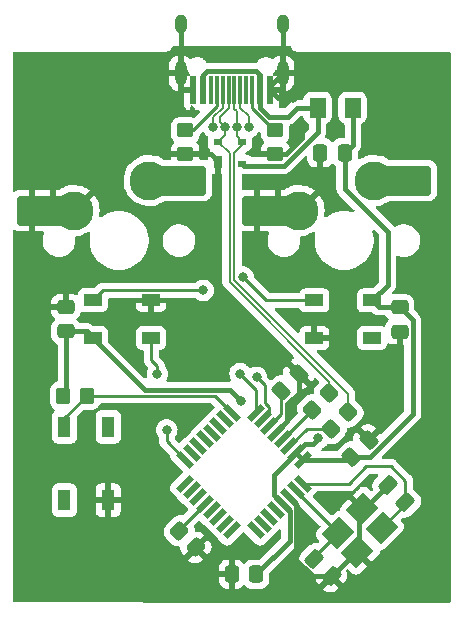
<source format=gbl>
G04 #@! TF.GenerationSoftware,KiCad,Pcbnew,(6.0.7)*
G04 #@! TF.CreationDate,2022-10-04T19:15:27+13:00*
G04 #@! TF.ProjectId,ledusbc2key,6c656475-7362-4633-926b-65792e6b6963,rev?*
G04 #@! TF.SameCoordinates,Original*
G04 #@! TF.FileFunction,Copper,L2,Bot*
G04 #@! TF.FilePolarity,Positive*
%FSLAX46Y46*%
G04 Gerber Fmt 4.6, Leading zero omitted, Abs format (unit mm)*
G04 Created by KiCad (PCBNEW (6.0.7)) date 2022-10-04 19:15:27*
%MOMM*%
%LPD*%
G01*
G04 APERTURE LIST*
G04 Aperture macros list*
%AMRoundRect*
0 Rectangle with rounded corners*
0 $1 Rounding radius*
0 $2 $3 $4 $5 $6 $7 $8 $9 X,Y pos of 4 corners*
0 Add a 4 corners polygon primitive as box body*
4,1,4,$2,$3,$4,$5,$6,$7,$8,$9,$2,$3,0*
0 Add four circle primitives for the rounded corners*
1,1,$1+$1,$2,$3*
1,1,$1+$1,$4,$5*
1,1,$1+$1,$6,$7*
1,1,$1+$1,$8,$9*
0 Add four rect primitives between the rounded corners*
20,1,$1+$1,$2,$3,$4,$5,0*
20,1,$1+$1,$4,$5,$6,$7,0*
20,1,$1+$1,$6,$7,$8,$9,0*
20,1,$1+$1,$8,$9,$2,$3,0*%
%AMRotRect*
0 Rectangle, with rotation*
0 The origin of the aperture is its center*
0 $1 length*
0 $2 width*
0 $3 Rotation angle, in degrees counterclockwise*
0 Add horizontal line*
21,1,$1,$2,0,0,$3*%
G04 Aperture macros list end*
G04 #@! TA.AperFunction,SMDPad,CuDef*
%ADD10R,1.500000X1.000000*%
G04 #@! TD*
G04 #@! TA.AperFunction,SMDPad,CuDef*
%ADD11RoundRect,0.250001X0.462499X0.624999X-0.462499X0.624999X-0.462499X-0.624999X0.462499X-0.624999X0*%
G04 #@! TD*
G04 #@! TA.AperFunction,SMDPad,CuDef*
%ADD12RoundRect,0.250000X0.450000X-0.350000X0.450000X0.350000X-0.450000X0.350000X-0.450000X-0.350000X0*%
G04 #@! TD*
G04 #@! TA.AperFunction,SMDPad,CuDef*
%ADD13RoundRect,0.250000X0.070711X-0.565685X0.565685X-0.070711X-0.070711X0.565685X-0.565685X0.070711X0*%
G04 #@! TD*
G04 #@! TA.AperFunction,SMDPad,CuDef*
%ADD14R,1.650000X2.500000*%
G04 #@! TD*
G04 #@! TA.AperFunction,SMDPad,CuDef*
%ADD15RoundRect,0.250000X1.025000X1.000000X-1.025000X1.000000X-1.025000X-1.000000X1.025000X-1.000000X0*%
G04 #@! TD*
G04 #@! TA.AperFunction,ComponentPad*
%ADD16C,3.300000*%
G04 #@! TD*
G04 #@! TA.AperFunction,SMDPad,CuDef*
%ADD17RoundRect,0.250000X-0.565685X-0.070711X-0.070711X-0.565685X0.565685X0.070711X0.070711X0.565685X0*%
G04 #@! TD*
G04 #@! TA.AperFunction,SMDPad,CuDef*
%ADD18RoundRect,0.250000X-0.475000X0.337500X-0.475000X-0.337500X0.475000X-0.337500X0.475000X0.337500X0*%
G04 #@! TD*
G04 #@! TA.AperFunction,SMDPad,CuDef*
%ADD19RoundRect,0.250000X0.574524X0.097227X0.097227X0.574524X-0.574524X-0.097227X-0.097227X-0.574524X0*%
G04 #@! TD*
G04 #@! TA.AperFunction,SMDPad,CuDef*
%ADD20R,0.700000X1.000000*%
G04 #@! TD*
G04 #@! TA.AperFunction,SMDPad,CuDef*
%ADD21R,0.700000X0.600000*%
G04 #@! TD*
G04 #@! TA.AperFunction,SMDPad,CuDef*
%ADD22RoundRect,0.250000X0.097227X-0.574524X0.574524X-0.097227X-0.097227X0.574524X-0.574524X0.097227X0*%
G04 #@! TD*
G04 #@! TA.AperFunction,SMDPad,CuDef*
%ADD23R,1.100000X1.800000*%
G04 #@! TD*
G04 #@! TA.AperFunction,SMDPad,CuDef*
%ADD24RotRect,1.600000X0.550000X135.000000*%
G04 #@! TD*
G04 #@! TA.AperFunction,SMDPad,CuDef*
%ADD25RotRect,1.600000X0.550000X45.000000*%
G04 #@! TD*
G04 #@! TA.AperFunction,SMDPad,CuDef*
%ADD26RoundRect,0.250000X-0.574524X-0.097227X-0.097227X-0.574524X0.574524X0.097227X0.097227X0.574524X0*%
G04 #@! TD*
G04 #@! TA.AperFunction,SMDPad,CuDef*
%ADD27RoundRect,0.250000X-0.350000X-0.450000X0.350000X-0.450000X0.350000X0.450000X-0.350000X0.450000X0*%
G04 #@! TD*
G04 #@! TA.AperFunction,SMDPad,CuDef*
%ADD28RotRect,2.100000X1.800000X225.000000*%
G04 #@! TD*
G04 #@! TA.AperFunction,SMDPad,CuDef*
%ADD29R,0.600000X2.450000*%
G04 #@! TD*
G04 #@! TA.AperFunction,SMDPad,CuDef*
%ADD30R,0.300000X2.450000*%
G04 #@! TD*
G04 #@! TA.AperFunction,ComponentPad*
%ADD31O,1.000000X1.600000*%
G04 #@! TD*
G04 #@! TA.AperFunction,ComponentPad*
%ADD32O,1.000000X2.100000*%
G04 #@! TD*
G04 #@! TA.AperFunction,SMDPad,CuDef*
%ADD33RoundRect,0.250000X0.337500X0.475000X-0.337500X0.475000X-0.337500X-0.475000X0.337500X-0.475000X0*%
G04 #@! TD*
G04 #@! TA.AperFunction,SMDPad,CuDef*
%ADD34RoundRect,0.250000X-0.070711X0.565685X-0.565685X0.070711X0.070711X-0.565685X0.565685X-0.070711X0*%
G04 #@! TD*
G04 #@! TA.AperFunction,SMDPad,CuDef*
%ADD35RoundRect,0.250000X0.475000X-0.337500X0.475000X0.337500X-0.475000X0.337500X-0.475000X-0.337500X0*%
G04 #@! TD*
G04 #@! TA.AperFunction,ViaPad*
%ADD36C,0.800000*%
G04 #@! TD*
G04 #@! TA.AperFunction,Conductor*
%ADD37C,0.254000*%
G04 #@! TD*
G04 #@! TA.AperFunction,Conductor*
%ADD38C,0.381000*%
G04 #@! TD*
G04 #@! TA.AperFunction,Conductor*
%ADD39C,0.200000*%
G04 #@! TD*
G04 APERTURE END LIST*
D10*
X113060000Y-86677500D03*
X113060000Y-83477500D03*
X117960000Y-83477500D03*
X117960000Y-86677500D03*
D11*
X135040000Y-67192500D03*
X132065000Y-67192500D03*
D12*
X120852500Y-71097500D03*
X120852500Y-69097500D03*
D13*
X133217500Y-94346123D03*
X134631714Y-92931909D03*
D14*
X109617500Y-75882500D03*
D15*
X107892500Y-75882500D03*
D16*
X111442500Y-75882500D03*
D14*
X119592500Y-73342500D03*
D15*
X121342500Y-73342500D03*
D16*
X117792500Y-73342500D03*
D12*
X128472500Y-71097500D03*
X128472500Y-69097500D03*
D17*
X120342500Y-102996909D03*
X121756714Y-104411123D03*
D18*
X139002000Y-84052500D03*
X139002000Y-86127500D03*
D19*
X133241511Y-106852081D03*
X131774265Y-105384835D03*
D20*
X123662500Y-71752500D03*
D21*
X123662500Y-70052500D03*
X125662500Y-70052500D03*
X125662500Y-71952500D03*
D22*
X134925254Y-96765869D03*
X136392500Y-95298623D03*
D23*
X114325000Y-100400000D03*
X110625000Y-94200000D03*
X110625000Y-100400000D03*
X114325000Y-94200000D03*
D24*
X130797210Y-99014321D03*
X130231524Y-99580006D03*
X129665839Y-100145692D03*
X129100154Y-100711377D03*
X128534468Y-101277063D03*
X127968783Y-101842748D03*
X127403097Y-102408433D03*
X126837412Y-102974119D03*
D25*
X124786802Y-102974119D03*
X124221117Y-102408433D03*
X123655431Y-101842748D03*
X123089746Y-101277063D03*
X122524060Y-100711377D03*
X121958375Y-100145692D03*
X121392690Y-99580006D03*
X120827004Y-99014321D03*
D24*
X120827004Y-96963711D03*
X121392690Y-96398026D03*
X121958375Y-95832340D03*
X122524060Y-95266655D03*
X123089746Y-94700969D03*
X123655431Y-94135284D03*
X124221117Y-93569599D03*
X124786802Y-93003913D03*
D25*
X126837412Y-93003913D03*
X127403097Y-93569599D03*
X127968783Y-94135284D03*
X128534468Y-94700969D03*
X129100154Y-95266655D03*
X129665839Y-95832340D03*
X130231524Y-96398026D03*
X130797210Y-96963711D03*
D26*
X138025833Y-99098655D03*
X139493079Y-100565901D03*
D27*
X110522500Y-91585000D03*
X112522500Y-91585000D03*
D22*
X128991377Y-91171123D03*
X130458623Y-89703877D03*
D28*
X137489456Y-102763236D03*
X135438846Y-104813846D03*
X133812500Y-103187500D03*
X135863110Y-101136890D03*
D29*
X121550000Y-65672500D03*
X122325000Y-65672500D03*
D30*
X123025000Y-65672500D03*
X123525000Y-65672500D03*
X124025000Y-65672500D03*
X124525000Y-65672500D03*
X125025000Y-65672500D03*
X125525000Y-65672500D03*
X126025000Y-65672500D03*
X126525000Y-65672500D03*
D29*
X127225000Y-65672500D03*
X128000000Y-65672500D03*
D31*
X120455000Y-60077500D03*
D32*
X120455000Y-64257500D03*
X129095000Y-64257500D03*
D31*
X129095000Y-60077500D03*
D33*
X134357500Y-71002500D03*
X132282500Y-71002500D03*
D34*
X133044214Y-91344409D03*
X131630000Y-92758623D03*
D33*
X126862500Y-106675000D03*
X124787500Y-106675000D03*
D15*
X126942500Y-75882500D03*
D16*
X130492500Y-75882500D03*
D14*
X128667500Y-75882500D03*
D16*
X136842500Y-73342500D03*
D15*
X140392500Y-73342500D03*
D14*
X138642500Y-73342500D03*
D35*
X110747500Y-86115000D03*
X110747500Y-84040000D03*
D10*
X136689500Y-83490000D03*
X136689500Y-86690000D03*
X131789500Y-86690000D03*
X131789500Y-83490000D03*
D36*
X129975000Y-66350000D03*
X130750000Y-68775000D03*
X125537500Y-92000000D03*
X132112500Y-95175000D03*
X125756622Y-81517878D03*
X122374500Y-82650500D03*
X118500000Y-89712500D03*
X119287500Y-94462500D03*
X126900000Y-90000000D03*
X125500000Y-89700000D03*
X126224502Y-68837579D03*
X124225692Y-68817303D03*
X125225000Y-68837000D03*
X123226248Y-68828089D03*
D37*
X128991377Y-93112690D02*
X127968783Y-94135284D01*
X128991377Y-91171123D02*
X128991377Y-93112690D01*
D38*
X128472500Y-71097500D02*
X129356646Y-71097500D01*
X130266108Y-100745961D02*
X130266108Y-105454233D01*
X129095000Y-64257500D02*
X129095000Y-60077500D01*
X135279746Y-104813846D02*
X133241511Y-106852081D01*
X130702073Y-69752073D02*
X130750000Y-69704146D01*
X130458623Y-91291377D02*
X130458623Y-89703877D01*
X130750000Y-69704146D02*
X130750000Y-68775000D01*
X135987598Y-101136890D02*
X138025833Y-99098655D01*
X123007500Y-71097500D02*
X123662500Y-71752500D01*
X120455000Y-60077500D02*
X120455000Y-64257500D01*
X130266108Y-105454233D02*
X131663956Y-106852081D01*
X128000000Y-65352500D02*
X129095000Y-64257500D01*
X131663956Y-106852081D02*
X133241511Y-106852081D01*
X128534468Y-94700969D02*
X129508877Y-93726560D01*
X135581858Y-104670834D02*
X135581858Y-101418142D01*
X129508877Y-92241123D02*
X130458623Y-91291377D01*
X120852500Y-71097500D02*
X123007500Y-71097500D01*
X129665839Y-100145692D02*
X130266108Y-100745961D01*
X129508877Y-93726560D02*
X129508877Y-92241123D01*
X128675000Y-66350000D02*
X128000000Y-65675000D01*
X129356646Y-71097500D02*
X130702073Y-69752073D01*
X129975000Y-66350000D02*
X128675000Y-66350000D01*
D37*
X139493079Y-100759613D02*
X137489456Y-102763236D01*
X138288846Y-97551346D02*
X136198654Y-97551346D01*
X139493079Y-100565901D02*
X139493079Y-98755579D01*
X139493079Y-98755579D02*
X138288846Y-97551346D01*
X136198654Y-97551346D02*
X134735679Y-99014321D01*
X134735679Y-99014321D02*
X130797210Y-99014321D01*
X133812500Y-103187500D02*
X130231524Y-99606524D01*
X131774265Y-105225735D02*
X133812500Y-103187500D01*
D38*
X129685108Y-103852392D02*
X129685108Y-101296331D01*
X140117500Y-93151178D02*
X140117500Y-85168000D01*
X130231524Y-96398026D02*
X128375000Y-98254550D01*
X110747500Y-86115000D02*
X112497500Y-86115000D01*
X140117500Y-85168000D02*
X139002000Y-84052500D01*
X131017050Y-95612500D02*
X130231524Y-96398026D01*
X128375000Y-98254550D02*
X128375000Y-99986223D01*
X131675000Y-95612500D02*
X131017050Y-95612500D01*
X124605000Y-91067500D02*
X125537500Y-92000000D01*
X139002000Y-84052500D02*
X137252000Y-84052500D01*
X137987500Y-77662500D02*
X134357500Y-74032500D01*
X136502809Y-96765869D02*
X140117500Y-93151178D01*
X134727412Y-96963711D02*
X130797210Y-96963711D01*
X113060000Y-86677500D02*
X117450000Y-91067500D01*
X134357500Y-74032500D02*
X134357500Y-71002500D01*
X135040000Y-70320000D02*
X134357500Y-71002500D01*
X112497500Y-86115000D02*
X113060000Y-86677500D01*
X134925254Y-96765869D02*
X136502809Y-96765869D01*
X136689500Y-83490000D02*
X137987500Y-82192000D01*
X130231524Y-96398026D02*
X130797210Y-96963711D01*
X135040000Y-67192500D02*
X135040000Y-70320000D01*
X132112500Y-95175000D02*
X131675000Y-95612500D01*
X137252000Y-84052500D02*
X136689500Y-83490000D01*
X117450000Y-91067500D02*
X124605000Y-91067500D01*
X126862500Y-106675000D02*
X129685108Y-103852392D01*
X110747500Y-86115000D02*
X110747500Y-91360000D01*
X129685108Y-101296331D02*
X129100154Y-100711377D01*
X128375000Y-99986223D02*
X129100154Y-100711377D01*
X137987500Y-82192000D02*
X137987500Y-77662500D01*
D37*
X125756622Y-81517878D02*
X127728744Y-83490000D01*
X113060000Y-83477500D02*
X113887000Y-82650500D01*
X127728744Y-83490000D02*
X131789500Y-83490000D01*
X113887000Y-82650500D02*
X122374500Y-82650500D01*
X119287500Y-94462500D02*
X119287500Y-95424207D01*
X119287500Y-95424207D02*
X120827004Y-96963711D01*
X118500000Y-89712500D02*
X118500000Y-89050000D01*
X118500000Y-89050000D02*
X117960000Y-88510000D01*
X117960000Y-88510000D02*
X117960000Y-86677500D01*
D38*
X127087500Y-64312500D02*
X127087500Y-64307000D01*
X125662500Y-71952500D02*
X125798000Y-72088000D01*
X129562500Y-67925000D02*
X127946500Y-67925000D01*
X127087500Y-64307000D02*
X126837500Y-64057000D01*
X132065000Y-67192500D02*
X130295000Y-67192500D01*
X129187804Y-72088000D02*
X132065000Y-69210804D01*
X127225000Y-67203500D02*
X127225000Y-65672500D01*
X127225000Y-64450000D02*
X127087500Y-64312500D01*
X122700000Y-64057000D02*
X126837500Y-64057000D01*
X130295000Y-67192500D02*
X129562500Y-67925000D01*
X122325000Y-65672500D02*
X122325000Y-64432000D01*
X132065000Y-69210804D02*
X132065000Y-67192500D01*
X127225000Y-65672500D02*
X127225000Y-64450000D01*
X127946500Y-67925000D02*
X127225000Y-67203500D01*
X125798000Y-72088000D02*
X129187804Y-72088000D01*
X122325000Y-64432000D02*
X122700000Y-64057000D01*
D37*
X127403097Y-93569599D02*
X127924552Y-93048144D01*
X127924552Y-92497235D02*
X127575000Y-92147683D01*
X127924552Y-93048144D02*
X127924552Y-92497235D01*
X127575000Y-92147683D02*
X127575000Y-90675000D01*
X127575000Y-90675000D02*
X126900000Y-90000000D01*
X126837412Y-91037412D02*
X125500000Y-89700000D01*
X126837412Y-93003913D02*
X126837412Y-91037412D01*
X123367889Y-91585000D02*
X124786802Y-93003913D01*
X110625000Y-93482500D02*
X112522500Y-91585000D01*
X112522500Y-91585000D02*
X123367889Y-91585000D01*
D39*
X126224502Y-67887002D02*
X125525000Y-67187500D01*
X133044214Y-90360400D02*
X124612500Y-81928685D01*
X123812500Y-68404111D02*
X123812500Y-67940686D01*
X124225692Y-68817303D02*
X123812500Y-68404111D01*
X125525000Y-67187500D02*
X125525000Y-65672500D01*
X133044214Y-91344409D02*
X133044214Y-90360400D01*
X124525000Y-67228186D02*
X124525000Y-65672500D01*
X124225692Y-68817303D02*
X124225692Y-69489308D01*
X124612500Y-81928685D02*
X124612500Y-71002500D01*
X126224502Y-68837579D02*
X126224502Y-67887002D01*
X124612500Y-71002500D02*
X123662500Y-70052500D01*
X124225692Y-69489308D02*
X123662500Y-70052500D01*
X123812500Y-67940686D02*
X124525000Y-67228186D01*
D37*
X131608186Y-92758623D02*
X129100154Y-95266655D01*
X131152056Y-94346123D02*
X129665839Y-95832340D01*
X133217500Y-94346123D02*
X131152056Y-94346123D01*
D39*
X125025000Y-67253185D02*
X125225000Y-67453185D01*
X123226248Y-68828089D02*
X123226248Y-67961252D01*
X125225000Y-67453185D02*
X125225000Y-68837000D01*
X125662500Y-70370000D02*
X125662500Y-70052500D01*
X125225000Y-68837000D02*
X125225000Y-69615000D01*
X123226248Y-67961252D02*
X124025000Y-67162500D01*
X125025000Y-65672500D02*
X125025000Y-67253185D01*
X134631714Y-91382214D02*
X125012500Y-81763000D01*
X125012500Y-71020000D02*
X125662500Y-70370000D01*
X125225000Y-69615000D02*
X125662500Y-70052500D01*
X134631714Y-92931909D02*
X134631714Y-91382214D01*
X125012500Y-81763000D02*
X125012500Y-71020000D01*
X124025000Y-67162500D02*
X124025000Y-65672500D01*
D37*
X121486130Y-69097500D02*
X123525000Y-67058631D01*
X121566500Y-69097500D02*
X120852500Y-69097500D01*
X120852500Y-69097500D02*
X121486130Y-69097500D01*
X123525000Y-67058631D02*
X123525000Y-65672500D01*
X126525000Y-67235356D02*
X126525000Y-65672500D01*
X128387144Y-69097500D02*
X126525000Y-67235356D01*
X120342500Y-102892937D02*
X122524060Y-100711377D01*
G04 #@! TA.AperFunction,Conductor*
G36*
X129756685Y-61932502D02*
G01*
X129803178Y-61986158D01*
X129809714Y-62003878D01*
X129811651Y-62010656D01*
X129815228Y-62027415D01*
X129819420Y-62056687D01*
X129823134Y-62064855D01*
X129823134Y-62064856D01*
X129830048Y-62080062D01*
X129836496Y-62097586D01*
X129843551Y-62122271D01*
X129848343Y-62129865D01*
X129848344Y-62129868D01*
X129859330Y-62147280D01*
X129867469Y-62162363D01*
X129879708Y-62189282D01*
X129885569Y-62196084D01*
X129896470Y-62208735D01*
X129907573Y-62223739D01*
X129921276Y-62245458D01*
X129928001Y-62251397D01*
X129928004Y-62251401D01*
X129943438Y-62265032D01*
X129955482Y-62277224D01*
X129968927Y-62292827D01*
X129968930Y-62292829D01*
X129974787Y-62299627D01*
X129982316Y-62304507D01*
X129982317Y-62304508D01*
X129996335Y-62313594D01*
X130011209Y-62324885D01*
X130023717Y-62335931D01*
X130030451Y-62341878D01*
X130057211Y-62354442D01*
X130072191Y-62362763D01*
X130089483Y-62373971D01*
X130089488Y-62373973D01*
X130097015Y-62378852D01*
X130105608Y-62381422D01*
X130105613Y-62381424D01*
X130121620Y-62386211D01*
X130139064Y-62392872D01*
X130154176Y-62399967D01*
X130154178Y-62399968D01*
X130162300Y-62403781D01*
X130171167Y-62405162D01*
X130171168Y-62405162D01*
X130173853Y-62405580D01*
X130191517Y-62408330D01*
X130208232Y-62412113D01*
X130227966Y-62418015D01*
X130227972Y-62418016D01*
X130236566Y-62420586D01*
X130245537Y-62420641D01*
X130245538Y-62420641D01*
X130255597Y-62420702D01*
X130271006Y-62420796D01*
X130271789Y-62420829D01*
X130272886Y-62421000D01*
X130303877Y-62421000D01*
X130304647Y-62421002D01*
X130378285Y-62421452D01*
X130378286Y-62421452D01*
X130382221Y-62421476D01*
X130383565Y-62421092D01*
X130384910Y-62421000D01*
X143190667Y-62421000D01*
X143258788Y-62441002D01*
X143305281Y-62494658D01*
X143316667Y-62546967D01*
X143318214Y-68447508D01*
X143328557Y-107906513D01*
X143328834Y-108965050D01*
X143308850Y-109033176D01*
X143255206Y-109079683D01*
X143202751Y-109091083D01*
X128333285Y-109081330D01*
X106359416Y-109066916D01*
X106291310Y-109046869D01*
X106244852Y-108993183D01*
X106233500Y-108940916D01*
X106233500Y-107197095D01*
X123692001Y-107197095D01*
X123692338Y-107203614D01*
X123702257Y-107299206D01*
X123705149Y-107312600D01*
X123756588Y-107466784D01*
X123762761Y-107479962D01*
X123848063Y-107617807D01*
X123857099Y-107629208D01*
X123971829Y-107743739D01*
X123983240Y-107752751D01*
X124121243Y-107837816D01*
X124134424Y-107843963D01*
X124288710Y-107895138D01*
X124302086Y-107898005D01*
X124396438Y-107907672D01*
X124402854Y-107908000D01*
X124515385Y-107908000D01*
X124530624Y-107903525D01*
X124531829Y-107902135D01*
X124533500Y-107894452D01*
X124533500Y-106947115D01*
X124529025Y-106931876D01*
X124527635Y-106930671D01*
X124519952Y-106929000D01*
X123710116Y-106929000D01*
X123694877Y-106933475D01*
X123693672Y-106934865D01*
X123692001Y-106942548D01*
X123692001Y-107197095D01*
X106233500Y-107197095D01*
X106233500Y-106402885D01*
X123692000Y-106402885D01*
X123696475Y-106418124D01*
X123697865Y-106419329D01*
X123705548Y-106421000D01*
X124515385Y-106421000D01*
X124530624Y-106416525D01*
X124531829Y-106415135D01*
X124533500Y-106407452D01*
X124533500Y-105460116D01*
X124529025Y-105444877D01*
X124527635Y-105443672D01*
X124519952Y-105442001D01*
X124402905Y-105442001D01*
X124396386Y-105442338D01*
X124300794Y-105452257D01*
X124287400Y-105455149D01*
X124133216Y-105506588D01*
X124120038Y-105512761D01*
X123982193Y-105598063D01*
X123970792Y-105607099D01*
X123856261Y-105721829D01*
X123847249Y-105733240D01*
X123762184Y-105871243D01*
X123756037Y-105884424D01*
X123704862Y-106038710D01*
X123701995Y-106052086D01*
X123692328Y-106146438D01*
X123692000Y-106152855D01*
X123692000Y-106402885D01*
X106233500Y-106402885D01*
X106233500Y-105446045D01*
X121087332Y-105446045D01*
X121087463Y-105447878D01*
X121091713Y-105454492D01*
X121183328Y-105546106D01*
X121188151Y-105550454D01*
X121262778Y-105611051D01*
X121274289Y-105618473D01*
X121419690Y-105691127D01*
X121433364Y-105696077D01*
X121591163Y-105733232D01*
X121605608Y-105734904D01*
X121767725Y-105734763D01*
X121782161Y-105733067D01*
X121939898Y-105695634D01*
X121953562Y-105690661D01*
X122098848Y-105617749D01*
X122110331Y-105610320D01*
X122183881Y-105550440D01*
X122188655Y-105546130D01*
X122347774Y-105387010D01*
X122355385Y-105373072D01*
X122355253Y-105371236D01*
X122351004Y-105364624D01*
X121769525Y-104783144D01*
X121755582Y-104775531D01*
X121753748Y-104775662D01*
X121747134Y-104779913D01*
X121094946Y-105432101D01*
X121087332Y-105446045D01*
X106233500Y-105446045D01*
X106233500Y-101348134D01*
X109566500Y-101348134D01*
X109573255Y-101410316D01*
X109624385Y-101546705D01*
X109711739Y-101663261D01*
X109828295Y-101750615D01*
X109964684Y-101801745D01*
X110026866Y-101808500D01*
X111223134Y-101808500D01*
X111285316Y-101801745D01*
X111421705Y-101750615D01*
X111538261Y-101663261D01*
X111625615Y-101546705D01*
X111676745Y-101410316D01*
X111683500Y-101348134D01*
X111683500Y-101344669D01*
X113267001Y-101344669D01*
X113267371Y-101351490D01*
X113272895Y-101402352D01*
X113276521Y-101417604D01*
X113321676Y-101538054D01*
X113330214Y-101553649D01*
X113406715Y-101655724D01*
X113419276Y-101668285D01*
X113521351Y-101744786D01*
X113536946Y-101753324D01*
X113657394Y-101798478D01*
X113672649Y-101802105D01*
X113723514Y-101807631D01*
X113730328Y-101808000D01*
X114052885Y-101808000D01*
X114068124Y-101803525D01*
X114069329Y-101802135D01*
X114071000Y-101794452D01*
X114071000Y-101789884D01*
X114579000Y-101789884D01*
X114583475Y-101805123D01*
X114584865Y-101806328D01*
X114592548Y-101807999D01*
X114919669Y-101807999D01*
X114926490Y-101807629D01*
X114977352Y-101802105D01*
X114992604Y-101798479D01*
X115113054Y-101753324D01*
X115128649Y-101744786D01*
X115230724Y-101668285D01*
X115243285Y-101655724D01*
X115319786Y-101553649D01*
X115328324Y-101538054D01*
X115373478Y-101417606D01*
X115377105Y-101402351D01*
X115382631Y-101351486D01*
X115383000Y-101344672D01*
X115383000Y-100672115D01*
X115378525Y-100656876D01*
X115377135Y-100655671D01*
X115369452Y-100654000D01*
X114597115Y-100654000D01*
X114581876Y-100658475D01*
X114580671Y-100659865D01*
X114579000Y-100667548D01*
X114579000Y-101789884D01*
X114071000Y-101789884D01*
X114071000Y-100672115D01*
X114066525Y-100656876D01*
X114065135Y-100655671D01*
X114057452Y-100654000D01*
X113285116Y-100654000D01*
X113269877Y-100658475D01*
X113268672Y-100659865D01*
X113267001Y-100667548D01*
X113267001Y-101344669D01*
X111683500Y-101344669D01*
X111683500Y-100127885D01*
X113267000Y-100127885D01*
X113271475Y-100143124D01*
X113272865Y-100144329D01*
X113280548Y-100146000D01*
X114052885Y-100146000D01*
X114068124Y-100141525D01*
X114069329Y-100140135D01*
X114071000Y-100132452D01*
X114071000Y-100127885D01*
X114579000Y-100127885D01*
X114583475Y-100143124D01*
X114584865Y-100144329D01*
X114592548Y-100146000D01*
X115364884Y-100146000D01*
X115380123Y-100141525D01*
X115381328Y-100140135D01*
X115382999Y-100132452D01*
X115382999Y-99455331D01*
X115382629Y-99448510D01*
X115377105Y-99397648D01*
X115373479Y-99382396D01*
X115328324Y-99261946D01*
X115319786Y-99246351D01*
X115243285Y-99144276D01*
X115230724Y-99131715D01*
X115128649Y-99055214D01*
X115113054Y-99046676D01*
X114992606Y-99001522D01*
X114977351Y-98997895D01*
X114926486Y-98992369D01*
X114919672Y-98992000D01*
X114597115Y-98992000D01*
X114581876Y-98996475D01*
X114580671Y-98997865D01*
X114579000Y-99005548D01*
X114579000Y-100127885D01*
X114071000Y-100127885D01*
X114071000Y-99010116D01*
X114066525Y-98994877D01*
X114065135Y-98993672D01*
X114057452Y-98992001D01*
X113730331Y-98992001D01*
X113723510Y-98992371D01*
X113672648Y-98997895D01*
X113657396Y-99001521D01*
X113536946Y-99046676D01*
X113521351Y-99055214D01*
X113419276Y-99131715D01*
X113406715Y-99144276D01*
X113330214Y-99246351D01*
X113321676Y-99261946D01*
X113276522Y-99382394D01*
X113272895Y-99397649D01*
X113267369Y-99448514D01*
X113267000Y-99455328D01*
X113267000Y-100127885D01*
X111683500Y-100127885D01*
X111683500Y-99451866D01*
X111676745Y-99389684D01*
X111625615Y-99253295D01*
X111538261Y-99136739D01*
X111421705Y-99049385D01*
X111285316Y-98998255D01*
X111223134Y-98991500D01*
X110026866Y-98991500D01*
X109964684Y-98998255D01*
X109828295Y-99049385D01*
X109711739Y-99136739D01*
X109624385Y-99253295D01*
X109573255Y-99389684D01*
X109566500Y-99451866D01*
X109566500Y-101348134D01*
X106233500Y-101348134D01*
X106233500Y-92085400D01*
X109414000Y-92085400D01*
X109424974Y-92191166D01*
X109427155Y-92197702D01*
X109427155Y-92197704D01*
X109435006Y-92221236D01*
X109480950Y-92358946D01*
X109574022Y-92509348D01*
X109699197Y-92634305D01*
X109769970Y-92677930D01*
X109817463Y-92730703D01*
X109828885Y-92800774D01*
X109800611Y-92865898D01*
X109779418Y-92886016D01*
X109718920Y-92931357D01*
X109711739Y-92936739D01*
X109624385Y-93053295D01*
X109573255Y-93189684D01*
X109566500Y-93251866D01*
X109566500Y-95148134D01*
X109573255Y-95210316D01*
X109624385Y-95346705D01*
X109711739Y-95463261D01*
X109828295Y-95550615D01*
X109964684Y-95601745D01*
X110026866Y-95608500D01*
X111223134Y-95608500D01*
X111285316Y-95601745D01*
X111421705Y-95550615D01*
X111538261Y-95463261D01*
X111625615Y-95346705D01*
X111676745Y-95210316D01*
X111683500Y-95148134D01*
X113266500Y-95148134D01*
X113273255Y-95210316D01*
X113324385Y-95346705D01*
X113411739Y-95463261D01*
X113528295Y-95550615D01*
X113664684Y-95601745D01*
X113726866Y-95608500D01*
X114923134Y-95608500D01*
X114985316Y-95601745D01*
X115121705Y-95550615D01*
X115238261Y-95463261D01*
X115325615Y-95346705D01*
X115376745Y-95210316D01*
X115383500Y-95148134D01*
X115383500Y-93251866D01*
X115376745Y-93189684D01*
X115325615Y-93053295D01*
X115238261Y-92936739D01*
X115121705Y-92849385D01*
X114985316Y-92798255D01*
X114923134Y-92791500D01*
X113726866Y-92791500D01*
X113664684Y-92798255D01*
X113528295Y-92849385D01*
X113411739Y-92936739D01*
X113324385Y-93053295D01*
X113273255Y-93189684D01*
X113266500Y-93251866D01*
X113266500Y-95148134D01*
X111683500Y-95148134D01*
X111683500Y-93374922D01*
X111703502Y-93306801D01*
X111720405Y-93285827D01*
X112175827Y-92830405D01*
X112238139Y-92796379D01*
X112264922Y-92793500D01*
X112922900Y-92793500D01*
X112926146Y-92793163D01*
X112926150Y-92793163D01*
X113021808Y-92783238D01*
X113021812Y-92783237D01*
X113028666Y-92782526D01*
X113035202Y-92780345D01*
X113035204Y-92780345D01*
X113189498Y-92728868D01*
X113196446Y-92726550D01*
X113346848Y-92633478D01*
X113471805Y-92508303D01*
X113475646Y-92502072D01*
X113560775Y-92363968D01*
X113560776Y-92363966D01*
X113564615Y-92357738D01*
X113581500Y-92306832D01*
X113621932Y-92248472D01*
X113687496Y-92221236D01*
X113701093Y-92220500D01*
X123052466Y-92220500D01*
X123120587Y-92240502D01*
X123141561Y-92257405D01*
X123323092Y-92438936D01*
X123357118Y-92501248D01*
X123352053Y-92572063D01*
X123323092Y-92617126D01*
X123067378Y-92872840D01*
X123028185Y-92921586D01*
X123026277Y-92920052D01*
X123005886Y-92940446D01*
X123007418Y-92942352D01*
X122958672Y-92981545D01*
X122501692Y-93438525D01*
X122462499Y-93487271D01*
X122460597Y-93485742D01*
X122440204Y-93506135D01*
X122441733Y-93508037D01*
X122392987Y-93547230D01*
X121936007Y-94004210D01*
X121896814Y-94052956D01*
X121894902Y-94051419D01*
X121874510Y-94071811D01*
X121876047Y-94073723D01*
X121827301Y-94112916D01*
X121370321Y-94569896D01*
X121331128Y-94618642D01*
X121329226Y-94617113D01*
X121308833Y-94637506D01*
X121310362Y-94639408D01*
X121261616Y-94678601D01*
X120804636Y-95135581D01*
X120765443Y-95184327D01*
X120763537Y-95182795D01*
X120743143Y-95203186D01*
X120744677Y-95205094D01*
X120695931Y-95244287D01*
X120440217Y-95500001D01*
X120377905Y-95534027D01*
X120307090Y-95528962D01*
X120262027Y-95500001D01*
X119985499Y-95223473D01*
X119951473Y-95161161D01*
X119956538Y-95090346D01*
X119980958Y-95050068D01*
X120022121Y-95004352D01*
X120022122Y-95004351D01*
X120026540Y-94999444D01*
X120122027Y-94834056D01*
X120181042Y-94652428D01*
X120182411Y-94639408D01*
X120200314Y-94469065D01*
X120201004Y-94462500D01*
X120181042Y-94272572D01*
X120122027Y-94090944D01*
X120112085Y-94073723D01*
X120050857Y-93967675D01*
X120026540Y-93925556D01*
X119989281Y-93884175D01*
X119903175Y-93788545D01*
X119903174Y-93788544D01*
X119898753Y-93783634D01*
X119744252Y-93671382D01*
X119738224Y-93668698D01*
X119738222Y-93668697D01*
X119575819Y-93596391D01*
X119575818Y-93596391D01*
X119569788Y-93593706D01*
X119476387Y-93573853D01*
X119389444Y-93555372D01*
X119389439Y-93555372D01*
X119382987Y-93554000D01*
X119192013Y-93554000D01*
X119185561Y-93555372D01*
X119185556Y-93555372D01*
X119098613Y-93573853D01*
X119005212Y-93593706D01*
X118999182Y-93596391D01*
X118999181Y-93596391D01*
X118836778Y-93668697D01*
X118836776Y-93668698D01*
X118830748Y-93671382D01*
X118676247Y-93783634D01*
X118671826Y-93788544D01*
X118671825Y-93788545D01*
X118585720Y-93884175D01*
X118548460Y-93925556D01*
X118524143Y-93967675D01*
X118462916Y-94073723D01*
X118452973Y-94090944D01*
X118393958Y-94272572D01*
X118373996Y-94462500D01*
X118374686Y-94469065D01*
X118392590Y-94639408D01*
X118393958Y-94652428D01*
X118452973Y-94834056D01*
X118548460Y-94999444D01*
X118552878Y-95004351D01*
X118552879Y-95004352D01*
X118619636Y-95078493D01*
X118650354Y-95142500D01*
X118652000Y-95162803D01*
X118652000Y-95345187D01*
X118651470Y-95356421D01*
X118649792Y-95363926D01*
X118650041Y-95371845D01*
X118651938Y-95432219D01*
X118652000Y-95436176D01*
X118652000Y-95464190D01*
X118652496Y-95468115D01*
X118652496Y-95468116D01*
X118652508Y-95468211D01*
X118653441Y-95480056D01*
X118654835Y-95524412D01*
X118657047Y-95532024D01*
X118660513Y-95543955D01*
X118664523Y-95563319D01*
X118665208Y-95568738D01*
X118667073Y-95583506D01*
X118669989Y-95590870D01*
X118669990Y-95590875D01*
X118683407Y-95624763D01*
X118687252Y-95635992D01*
X118690385Y-95646774D01*
X118699631Y-95678600D01*
X118703669Y-95685427D01*
X118703670Y-95685430D01*
X118709988Y-95696113D01*
X118718688Y-95713871D01*
X118723261Y-95725422D01*
X118723265Y-95725428D01*
X118726181Y-95732795D01*
X118730839Y-95739206D01*
X118730840Y-95739208D01*
X118752264Y-95768695D01*
X118758781Y-95778617D01*
X118777326Y-95809975D01*
X118777329Y-95809979D01*
X118781366Y-95816805D01*
X118795750Y-95831189D01*
X118808591Y-95846223D01*
X118814144Y-95853866D01*
X118820558Y-95862694D01*
X118826666Y-95867747D01*
X118854755Y-95890984D01*
X118863535Y-95898974D01*
X119522802Y-96558241D01*
X119556828Y-96620553D01*
X119558434Y-96629474D01*
X119568642Y-96700751D01*
X119573785Y-96736666D01*
X119634072Y-96869262D01*
X119639019Y-96875415D01*
X119639021Y-96875418D01*
X119659809Y-96901272D01*
X119673265Y-96918008D01*
X120655178Y-97899921D01*
X120689204Y-97962233D01*
X120684139Y-98033048D01*
X120655178Y-98078111D01*
X119673265Y-99060024D01*
X119671125Y-99062686D01*
X119639021Y-99102614D01*
X119639019Y-99102617D01*
X119634072Y-99108770D01*
X119573785Y-99241366D01*
X119572513Y-99250249D01*
X119572512Y-99250252D01*
X119570520Y-99264164D01*
X119553136Y-99385552D01*
X119554409Y-99394441D01*
X119572456Y-99520455D01*
X119573785Y-99529738D01*
X119577499Y-99537906D01*
X119577499Y-99537907D01*
X119604890Y-99598151D01*
X119634072Y-99662334D01*
X119639019Y-99668487D01*
X119639021Y-99668490D01*
X119643851Y-99674497D01*
X119673265Y-99711080D01*
X120130245Y-100168060D01*
X120178991Y-100207253D01*
X120177459Y-100209159D01*
X120197850Y-100229553D01*
X120199758Y-100228019D01*
X120238951Y-100276765D01*
X120695931Y-100733745D01*
X120724954Y-100757080D01*
X120744677Y-100772938D01*
X120743143Y-100774846D01*
X120763537Y-100795237D01*
X120765443Y-100793705D01*
X120804636Y-100842451D01*
X121060350Y-101098165D01*
X121094376Y-101160477D01*
X121089311Y-101231292D01*
X121060350Y-101276355D01*
X120682640Y-101654065D01*
X120620328Y-101688091D01*
X120564666Y-101687616D01*
X120508107Y-101674298D01*
X120508105Y-101674298D01*
X120500984Y-101672621D01*
X120493668Y-101672627D01*
X120493665Y-101672627D01*
X120412358Y-101672698D01*
X120324114Y-101672775D01*
X120285072Y-101682040D01*
X120159143Y-101711924D01*
X120159142Y-101711924D01*
X120152022Y-101713614D01*
X120145483Y-101716896D01*
X120145482Y-101716896D01*
X120000092Y-101789861D01*
X120000088Y-101789864D01*
X119993942Y-101792948D01*
X119988607Y-101797291D01*
X119988606Y-101797292D01*
X119918026Y-101854753D01*
X119912508Y-101859245D01*
X119204836Y-102566917D01*
X119202790Y-102569437D01*
X119142150Y-102644117D01*
X119142148Y-102644120D01*
X119137808Y-102649465D01*
X119058750Y-102807684D01*
X119057072Y-102814810D01*
X119057071Y-102814813D01*
X119020366Y-102970700D01*
X119018212Y-102979847D01*
X119018218Y-102987163D01*
X119018218Y-102987166D01*
X119018262Y-103037586D01*
X119018366Y-103156717D01*
X119020056Y-103163838D01*
X119050842Y-103293566D01*
X119059205Y-103328809D01*
X119062487Y-103335348D01*
X119062487Y-103335349D01*
X119113879Y-103437752D01*
X119138539Y-103486889D01*
X119142881Y-103492222D01*
X119142882Y-103492224D01*
X119202805Y-103565828D01*
X119202811Y-103565834D01*
X119204836Y-103568322D01*
X119771087Y-104134573D01*
X119773607Y-104136619D01*
X119848287Y-104197259D01*
X119848290Y-104197261D01*
X119853635Y-104201601D01*
X120011854Y-104280659D01*
X120018980Y-104282337D01*
X120018983Y-104282338D01*
X120176892Y-104319520D01*
X120176896Y-104319520D01*
X120184016Y-104321197D01*
X120191332Y-104321191D01*
X120191335Y-104321191D01*
X120296272Y-104321099D01*
X120306863Y-104321090D01*
X120375001Y-104341033D01*
X120421541Y-104394648D01*
X120432973Y-104446981D01*
X120433074Y-104563555D01*
X120434770Y-104577991D01*
X120472203Y-104735728D01*
X120477176Y-104749392D01*
X120550087Y-104894676D01*
X120557518Y-104906161D01*
X120617400Y-104979716D01*
X120621704Y-104984483D01*
X120710112Y-105072891D01*
X120724056Y-105080505D01*
X120725889Y-105080374D01*
X120732504Y-105076123D01*
X121396372Y-104412255D01*
X122121122Y-104412255D01*
X122121253Y-104414088D01*
X122125504Y-104420703D01*
X122706985Y-105002183D01*
X122720923Y-105009794D01*
X122722759Y-105009662D01*
X122729371Y-105005413D01*
X122891687Y-104843097D01*
X122896055Y-104838253D01*
X122956637Y-104763644D01*
X122964064Y-104752127D01*
X123036720Y-104606721D01*
X123041667Y-104593053D01*
X123078823Y-104435252D01*
X123080495Y-104420809D01*
X123080354Y-104258691D01*
X123078658Y-104244255D01*
X123041225Y-104086518D01*
X123036252Y-104072854D01*
X122963341Y-103927570D01*
X122955910Y-103916085D01*
X122896028Y-103842530D01*
X122891720Y-103837759D01*
X122803316Y-103749355D01*
X122789372Y-103741741D01*
X122787539Y-103741872D01*
X122780924Y-103746123D01*
X122128736Y-104398311D01*
X122121122Y-104412255D01*
X121396372Y-104412255D01*
X122418482Y-103390145D01*
X122426096Y-103376201D01*
X122425965Y-103374368D01*
X122421715Y-103367754D01*
X122330100Y-103276140D01*
X122325277Y-103271792D01*
X122250650Y-103211195D01*
X122239139Y-103203773D01*
X122093738Y-103131119D01*
X122080064Y-103126169D01*
X121922265Y-103089014D01*
X121907820Y-103087342D01*
X121792851Y-103087442D01*
X121724713Y-103067499D01*
X121678174Y-103013884D01*
X121666742Y-102961551D01*
X121666634Y-102837101D01*
X121625795Y-102665009D01*
X121622514Y-102658471D01*
X121622512Y-102658466D01*
X121614253Y-102642010D01*
X121601574Y-102572155D01*
X121628675Y-102506534D01*
X121637771Y-102496398D01*
X121959082Y-102175087D01*
X122021394Y-102141061D01*
X122092209Y-102146126D01*
X122137272Y-102175087D01*
X122392987Y-102430802D01*
X122395649Y-102432942D01*
X122441733Y-102469995D01*
X122440204Y-102471897D01*
X122460597Y-102492290D01*
X122462499Y-102490761D01*
X122501692Y-102539507D01*
X122958672Y-102996487D01*
X122980418Y-103013971D01*
X123007418Y-103035680D01*
X123005886Y-103037586D01*
X123026277Y-103057980D01*
X123028185Y-103056446D01*
X123067378Y-103105192D01*
X123524358Y-103562172D01*
X123545024Y-103578788D01*
X123573104Y-103601365D01*
X123571570Y-103603273D01*
X123591964Y-103623664D01*
X123593870Y-103622132D01*
X123633063Y-103670878D01*
X124090043Y-104127858D01*
X124106779Y-104141314D01*
X124132633Y-104162102D01*
X124132636Y-104162104D01*
X124138789Y-104167051D01*
X124199147Y-104194494D01*
X124248982Y-104217152D01*
X124271385Y-104227338D01*
X124280268Y-104228610D01*
X124280271Y-104228611D01*
X124406682Y-104246714D01*
X124415571Y-104247987D01*
X124424460Y-104246714D01*
X124550871Y-104228611D01*
X124550874Y-104228610D01*
X124559757Y-104227338D01*
X124582161Y-104217152D01*
X124631995Y-104194494D01*
X124692353Y-104167051D01*
X124698506Y-104162104D01*
X124698509Y-104162102D01*
X124724363Y-104141314D01*
X124741099Y-104127858D01*
X125723012Y-103145945D01*
X125785324Y-103111919D01*
X125856139Y-103116984D01*
X125901202Y-103145945D01*
X126883115Y-104127858D01*
X126899851Y-104141314D01*
X126925705Y-104162102D01*
X126925708Y-104162104D01*
X126931861Y-104167051D01*
X126992219Y-104194494D01*
X127042054Y-104217152D01*
X127064457Y-104227338D01*
X127073340Y-104228610D01*
X127073343Y-104228611D01*
X127199754Y-104246714D01*
X127208643Y-104247987D01*
X127217532Y-104246714D01*
X127343943Y-104228611D01*
X127343946Y-104228610D01*
X127352829Y-104227338D01*
X127375233Y-104217152D01*
X127425067Y-104194494D01*
X127485425Y-104167051D01*
X127491578Y-104162104D01*
X127491581Y-104162102D01*
X127517435Y-104141314D01*
X127534171Y-104127858D01*
X127991151Y-103670878D01*
X128030344Y-103622132D01*
X128032250Y-103623664D01*
X128052644Y-103603273D01*
X128051110Y-103601365D01*
X128079190Y-103578788D01*
X128099856Y-103562172D01*
X128556836Y-103105192D01*
X128596029Y-103056446D01*
X128597937Y-103057980D01*
X128618328Y-103037586D01*
X128616796Y-103035680D01*
X128643796Y-103013971D01*
X128665542Y-102996487D01*
X128771013Y-102891016D01*
X128833325Y-102856990D01*
X128904140Y-102862055D01*
X128960976Y-102904602D01*
X128985787Y-102971122D01*
X128986108Y-102980111D01*
X128986108Y-103510667D01*
X128966106Y-103578788D01*
X128949203Y-103599762D01*
X127144370Y-105404595D01*
X127082058Y-105438621D01*
X127055275Y-105441500D01*
X126474600Y-105441500D01*
X126471354Y-105441837D01*
X126471350Y-105441837D01*
X126375692Y-105451762D01*
X126375688Y-105451763D01*
X126368834Y-105452474D01*
X126362298Y-105454655D01*
X126362296Y-105454655D01*
X126230194Y-105498728D01*
X126201054Y-105508450D01*
X126050652Y-105601522D01*
X125925695Y-105726697D01*
X125922898Y-105731235D01*
X125865647Y-105771824D01*
X125794724Y-105775054D01*
X125733313Y-105739428D01*
X125725938Y-105730932D01*
X125717902Y-105720793D01*
X125603171Y-105606261D01*
X125591760Y-105597249D01*
X125453757Y-105512184D01*
X125440576Y-105506037D01*
X125286290Y-105454862D01*
X125272914Y-105451995D01*
X125178562Y-105442328D01*
X125172145Y-105442000D01*
X125059615Y-105442000D01*
X125044376Y-105446475D01*
X125043171Y-105447865D01*
X125041500Y-105455548D01*
X125041500Y-107889884D01*
X125045975Y-107905123D01*
X125047365Y-107906328D01*
X125055048Y-107907999D01*
X125172095Y-107907999D01*
X125178614Y-107907662D01*
X125274206Y-107897743D01*
X125287600Y-107894851D01*
X125441784Y-107843412D01*
X125454962Y-107837239D01*
X125592807Y-107751937D01*
X125604208Y-107742901D01*
X125718738Y-107628172D01*
X125725794Y-107619238D01*
X125783712Y-107578177D01*
X125854635Y-107574947D01*
X125916046Y-107610574D01*
X125922846Y-107618407D01*
X125926522Y-107624348D01*
X126051697Y-107749305D01*
X126057927Y-107753145D01*
X126057928Y-107753146D01*
X126195288Y-107837816D01*
X126202262Y-107842115D01*
X126282005Y-107868564D01*
X126363611Y-107895632D01*
X126363613Y-107895632D01*
X126370139Y-107897797D01*
X126376975Y-107898497D01*
X126376978Y-107898498D01*
X126420031Y-107902909D01*
X126474600Y-107908500D01*
X127250400Y-107908500D01*
X127253646Y-107908163D01*
X127253650Y-107908163D01*
X127287219Y-107904680D01*
X132554452Y-107904680D01*
X132554583Y-107906513D01*
X132558834Y-107913128D01*
X132641606Y-107995900D01*
X132646429Y-108000249D01*
X132721059Y-108060848D01*
X132732570Y-108068270D01*
X132877971Y-108140924D01*
X132891645Y-108145874D01*
X133049444Y-108183029D01*
X133063889Y-108184701D01*
X133226005Y-108184560D01*
X133240441Y-108182864D01*
X133398178Y-108145431D01*
X133411842Y-108140458D01*
X133557126Y-108067547D01*
X133568611Y-108060116D01*
X133642174Y-108000227D01*
X133646925Y-107995938D01*
X133823733Y-107819129D01*
X133831344Y-107805191D01*
X133831212Y-107803355D01*
X133826963Y-107796743D01*
X133254323Y-107224103D01*
X133240379Y-107216489D01*
X133238546Y-107216620D01*
X133231931Y-107220871D01*
X132562066Y-107890736D01*
X132554452Y-107904680D01*
X127287219Y-107904680D01*
X127349308Y-107898238D01*
X127349312Y-107898237D01*
X127356166Y-107897526D01*
X127362702Y-107895345D01*
X127362704Y-107895345D01*
X127494806Y-107851272D01*
X127523946Y-107841550D01*
X127674348Y-107748478D01*
X127799305Y-107623303D01*
X127892115Y-107472738D01*
X127918564Y-107392995D01*
X127945632Y-107311389D01*
X127945632Y-107311387D01*
X127947797Y-107304861D01*
X127958500Y-107200400D01*
X127958500Y-106619725D01*
X127978502Y-106551604D01*
X127995405Y-106530630D01*
X129064888Y-105461148D01*
X130159154Y-104366882D01*
X130165420Y-104361028D01*
X130202655Y-104328546D01*
X130208382Y-104323550D01*
X130244606Y-104272009D01*
X130248531Y-104266724D01*
X130282715Y-104223127D01*
X130287400Y-104217152D01*
X130290524Y-104210234D01*
X130292353Y-104207213D01*
X130299608Y-104194494D01*
X130301296Y-104191346D01*
X130305664Y-104185131D01*
X130328546Y-104126442D01*
X130331086Y-104120397D01*
X130357021Y-104062957D01*
X130358406Y-104055484D01*
X130359477Y-104052066D01*
X130363462Y-104038077D01*
X130364359Y-104034585D01*
X130367120Y-104027503D01*
X130375341Y-103965062D01*
X130376373Y-103958549D01*
X130386469Y-103904074D01*
X130386469Y-103904072D01*
X130387853Y-103896605D01*
X130384317Y-103835279D01*
X130384108Y-103828027D01*
X130384108Y-101324933D01*
X130384400Y-101316357D01*
X130384692Y-101312077D01*
X130399811Y-101260270D01*
X130405931Y-101249061D01*
X130405800Y-101247226D01*
X130394228Y-101229221D01*
X130398098Y-101226734D01*
X130376616Y-101187393D01*
X130374650Y-101175747D01*
X130370253Y-101139411D01*
X130370613Y-101106411D01*
X130372749Y-101091497D01*
X130372749Y-101091496D01*
X130374022Y-101082608D01*
X130359623Y-100982064D01*
X130369765Y-100911796D01*
X130416288Y-100858166D01*
X130484420Y-100838202D01*
X130502198Y-100839473D01*
X130534813Y-100844144D01*
X130599406Y-100873599D01*
X130606043Y-100879775D01*
X132278079Y-102551811D01*
X132312105Y-102614123D01*
X132307040Y-102684938D01*
X132278079Y-102730001D01*
X132040042Y-102968038D01*
X132036275Y-102972723D01*
X132005798Y-103010628D01*
X132005796Y-103010631D01*
X132000849Y-103016784D01*
X131940562Y-103149380D01*
X131939290Y-103158263D01*
X131939289Y-103158266D01*
X131923031Y-103271792D01*
X131919913Y-103293566D01*
X131921186Y-103302455D01*
X131936153Y-103406962D01*
X131940562Y-103437752D01*
X132000849Y-103570348D01*
X132005796Y-103576501D01*
X132005798Y-103576504D01*
X132024499Y-103599762D01*
X132040042Y-103619094D01*
X132172012Y-103751064D01*
X132206038Y-103813376D01*
X132200973Y-103884191D01*
X132172012Y-103929254D01*
X132081990Y-104019276D01*
X132019678Y-104053302D01*
X131973815Y-104052909D01*
X131973663Y-104054227D01*
X131966388Y-104053385D01*
X131959265Y-104051708D01*
X131951949Y-104051714D01*
X131951946Y-104051714D01*
X131870639Y-104051785D01*
X131782395Y-104051862D01*
X131735642Y-104062957D01*
X131617424Y-104091011D01*
X131617423Y-104091011D01*
X131610303Y-104092701D01*
X131603764Y-104095983D01*
X131603763Y-104095983D01*
X131472015Y-104162102D01*
X131452223Y-104172035D01*
X131446890Y-104176377D01*
X131446888Y-104176378D01*
X131373284Y-104236301D01*
X131373278Y-104236307D01*
X131370790Y-104238332D01*
X130627762Y-104981360D01*
X130560734Y-105063908D01*
X130557654Y-105070072D01*
X130542402Y-105100597D01*
X130481677Y-105222127D01*
X130475695Y-105247533D01*
X130447314Y-105368062D01*
X130441138Y-105394289D01*
X130441144Y-105401605D01*
X130441144Y-105401608D01*
X130441191Y-105454862D01*
X130441292Y-105571159D01*
X130449622Y-105606261D01*
X130479208Y-105730932D01*
X130482131Y-105743251D01*
X130485413Y-105749790D01*
X130485413Y-105749791D01*
X130498092Y-105775054D01*
X130561465Y-105901331D01*
X130565807Y-105906664D01*
X130565808Y-105906666D01*
X130625731Y-105980270D01*
X130625737Y-105980276D01*
X130627762Y-105982764D01*
X131176336Y-106531338D01*
X131178866Y-106533392D01*
X131178870Y-106533396D01*
X131253530Y-106594020D01*
X131253534Y-106594022D01*
X131258883Y-106598366D01*
X131265044Y-106601444D01*
X131265048Y-106601447D01*
X131410560Y-106674154D01*
X131410562Y-106674155D01*
X131417103Y-106677423D01*
X131511306Y-106699605D01*
X131582142Y-106716285D01*
X131582144Y-106716285D01*
X131589265Y-106717962D01*
X131596581Y-106717956D01*
X131596584Y-106717956D01*
X131677415Y-106717885D01*
X131766135Y-106717808D01*
X131771321Y-106716577D01*
X131840503Y-106728359D01*
X131892938Y-106776224D01*
X131911171Y-106844840D01*
X131910378Y-106856061D01*
X131908891Y-106868911D01*
X131909032Y-107031029D01*
X131910728Y-107045465D01*
X131948161Y-107203203D01*
X131953134Y-107216867D01*
X132026046Y-107362153D01*
X132033475Y-107373636D01*
X132093355Y-107447186D01*
X132097665Y-107451960D01*
X132177236Y-107531530D01*
X132191172Y-107539140D01*
X132193009Y-107539009D01*
X132199625Y-107534757D01*
X133152416Y-106581966D01*
X133214728Y-106547940D01*
X133285543Y-106553005D01*
X133330606Y-106581966D01*
X134182939Y-107434299D01*
X134196883Y-107441913D01*
X134198716Y-107441782D01*
X134205331Y-107437531D01*
X134385330Y-107257532D01*
X134389679Y-107252709D01*
X134450278Y-107178079D01*
X134457700Y-107166568D01*
X134530354Y-107021167D01*
X134535304Y-107007493D01*
X134572459Y-106849694D01*
X134574131Y-106835249D01*
X134573990Y-106673133D01*
X134572294Y-106658697D01*
X134534861Y-106500959D01*
X134529888Y-106487294D01*
X134497909Y-106423573D01*
X134485231Y-106353717D01*
X134512333Y-106288097D01*
X134570609Y-106247546D01*
X134641558Y-106244939D01*
X134699618Y-106277962D01*
X135005155Y-106583499D01*
X135010231Y-106588053D01*
X135050111Y-106620119D01*
X135063461Y-106628341D01*
X135180566Y-106681585D01*
X135197621Y-106686572D01*
X135323891Y-106704655D01*
X135341669Y-106704655D01*
X135467939Y-106686572D01*
X135484994Y-106681585D01*
X135602103Y-106628339D01*
X135615447Y-106620122D01*
X135655324Y-106588059D01*
X135660402Y-106583503D01*
X136242035Y-106001870D01*
X136249649Y-105987926D01*
X136249518Y-105986093D01*
X136245267Y-105979478D01*
X135168731Y-104902941D01*
X135134705Y-104840629D01*
X135139770Y-104769813D01*
X135168731Y-104724751D01*
X135349751Y-104543731D01*
X135412063Y-104509705D01*
X135482878Y-104514770D01*
X135527941Y-104543731D01*
X136601245Y-105617034D01*
X136615189Y-105624648D01*
X136617023Y-105624517D01*
X136623635Y-105620268D01*
X137208497Y-105035406D01*
X137213059Y-105030322D01*
X137245119Y-104990449D01*
X137253341Y-104977099D01*
X137306585Y-104859994D01*
X137311572Y-104842939D01*
X137324039Y-104755883D01*
X137353496Y-104691285D01*
X137413201Y-104652869D01*
X137430884Y-104649021D01*
X137527576Y-104635174D01*
X137660172Y-104574887D01*
X137666325Y-104569940D01*
X137666328Y-104569938D01*
X137706256Y-104537834D01*
X137708918Y-104535694D01*
X139261914Y-102982698D01*
X139278917Y-102961551D01*
X139296158Y-102940108D01*
X139296160Y-102940105D01*
X139301107Y-102933952D01*
X139361394Y-102801356D01*
X139372313Y-102725116D01*
X139380770Y-102666059D01*
X139382043Y-102657170D01*
X139375878Y-102614123D01*
X139362667Y-102521870D01*
X139362666Y-102521867D01*
X139361394Y-102512984D01*
X139301107Y-102380388D01*
X139296160Y-102374235D01*
X139296158Y-102374232D01*
X139264054Y-102334304D01*
X139261914Y-102331642D01*
X139129943Y-102199671D01*
X139095917Y-102137359D01*
X139100982Y-102066544D01*
X139129943Y-102021481D01*
X139215865Y-101935559D01*
X139278177Y-101901533D01*
X139308080Y-101900054D01*
X139308079Y-101899028D01*
X139484949Y-101898874D01*
X139642343Y-101861523D01*
X139649920Y-101859725D01*
X139649921Y-101859725D01*
X139657041Y-101858035D01*
X139757476Y-101807631D01*
X139808972Y-101781787D01*
X139815121Y-101778701D01*
X139837576Y-101760420D01*
X139894060Y-101714435D01*
X139894066Y-101714429D01*
X139896554Y-101712404D01*
X140639582Y-100969376D01*
X140706610Y-100886828D01*
X140718680Y-100862673D01*
X140782398Y-100735151D01*
X140785667Y-100728609D01*
X140819962Y-100582966D01*
X140824529Y-100563570D01*
X140824529Y-100563568D01*
X140826206Y-100556447D01*
X140826052Y-100379577D01*
X140801022Y-100274103D01*
X140786903Y-100214606D01*
X140786903Y-100214605D01*
X140785213Y-100207485D01*
X140776308Y-100189740D01*
X140708965Y-100055554D01*
X140705879Y-100049405D01*
X140684443Y-100023075D01*
X140641613Y-99970466D01*
X140641607Y-99970460D01*
X140639582Y-99967972D01*
X140165484Y-99493874D01*
X140131458Y-99431562D01*
X140128579Y-99404779D01*
X140128579Y-98834611D01*
X140129109Y-98823372D01*
X140130788Y-98815860D01*
X140128641Y-98747548D01*
X140128579Y-98743591D01*
X140128579Y-98715596D01*
X140128071Y-98711573D01*
X140127138Y-98699731D01*
X140125993Y-98663299D01*
X140125744Y-98655374D01*
X140120066Y-98635830D01*
X140116056Y-98616467D01*
X140114499Y-98604139D01*
X140114499Y-98604137D01*
X140113506Y-98596280D01*
X140110590Y-98588916D01*
X140110589Y-98588911D01*
X140097172Y-98555023D01*
X140093327Y-98543794D01*
X140083159Y-98508798D01*
X140080948Y-98501186D01*
X140070589Y-98483670D01*
X140061892Y-98465920D01*
X140054398Y-98446991D01*
X140028317Y-98411093D01*
X140021801Y-98401173D01*
X140003252Y-98369808D01*
X140003250Y-98369805D01*
X139999214Y-98362981D01*
X139984826Y-98348593D01*
X139971985Y-98333559D01*
X139964681Y-98323506D01*
X139960021Y-98317092D01*
X139925829Y-98288806D01*
X139917050Y-98280817D01*
X138794096Y-97157863D01*
X138786520Y-97149537D01*
X138782399Y-97143043D01*
X138732580Y-97096260D01*
X138729739Y-97093506D01*
X138709940Y-97073707D01*
X138706815Y-97071283D01*
X138706806Y-97071275D01*
X138706720Y-97071209D01*
X138697695Y-97063501D01*
X138671131Y-97038556D01*
X138665352Y-97033129D01*
X138647515Y-97023323D01*
X138630999Y-97012473D01*
X138614913Y-96999996D01*
X138574180Y-96982370D01*
X138563532Y-96977153D01*
X138551904Y-96970761D01*
X138524649Y-96955777D01*
X138516974Y-96953806D01*
X138516968Y-96953804D01*
X138504935Y-96950715D01*
X138486233Y-96944312D01*
X138467554Y-96936229D01*
X138433718Y-96930870D01*
X138423719Y-96929286D01*
X138412106Y-96926881D01*
X138369128Y-96915846D01*
X138348781Y-96915846D01*
X138329070Y-96914295D01*
X138316796Y-96912351D01*
X138308967Y-96911111D01*
X138301075Y-96911857D01*
X138264790Y-96915287D01*
X138252932Y-96915846D01*
X137645557Y-96915846D01*
X137577436Y-96895844D01*
X137530943Y-96842188D01*
X137520839Y-96771914D01*
X137550333Y-96707334D01*
X137556462Y-96700751D01*
X140591538Y-93665675D01*
X140597804Y-93659821D01*
X140635049Y-93627330D01*
X140640774Y-93622336D01*
X140676994Y-93570800D01*
X140680927Y-93565504D01*
X140715106Y-93521915D01*
X140715108Y-93521912D01*
X140719792Y-93515938D01*
X140722918Y-93509014D01*
X140724756Y-93505979D01*
X140732000Y-93493280D01*
X140733688Y-93490132D01*
X140738056Y-93483917D01*
X140760938Y-93425228D01*
X140763478Y-93419183D01*
X140789413Y-93361743D01*
X140790798Y-93354270D01*
X140791869Y-93350852D01*
X140795854Y-93336863D01*
X140796751Y-93333371D01*
X140799512Y-93326289D01*
X140804839Y-93285827D01*
X140807733Y-93263848D01*
X140808765Y-93257335D01*
X140818861Y-93202860D01*
X140818861Y-93202858D01*
X140820245Y-93195391D01*
X140819649Y-93185045D01*
X140816709Y-93134066D01*
X140816500Y-93126813D01*
X140816500Y-85196589D01*
X140816792Y-85188019D01*
X140820153Y-85138724D01*
X140820153Y-85138720D01*
X140820669Y-85131148D01*
X140809837Y-85069085D01*
X140808875Y-85062564D01*
X140802222Y-85007582D01*
X140802221Y-85007579D01*
X140801309Y-85000040D01*
X140798623Y-84992931D01*
X140797777Y-84989488D01*
X140793914Y-84975363D01*
X140792886Y-84971958D01*
X140791581Y-84964482D01*
X140766265Y-84906810D01*
X140763777Y-84900715D01*
X140744190Y-84848880D01*
X140744189Y-84848878D01*
X140741506Y-84841778D01*
X140737209Y-84835526D01*
X140735566Y-84832383D01*
X140728471Y-84819635D01*
X140726630Y-84816523D01*
X140723577Y-84809567D01*
X140685232Y-84759593D01*
X140681361Y-84754266D01*
X140668467Y-84735504D01*
X140660844Y-84724413D01*
X140649981Y-84708607D01*
X140649980Y-84708605D01*
X140645679Y-84702348D01*
X140635273Y-84693076D01*
X140599821Y-84661490D01*
X140594545Y-84656509D01*
X140272405Y-84334369D01*
X140238379Y-84272057D01*
X140235500Y-84245274D01*
X140235500Y-83664600D01*
X140224526Y-83558834D01*
X140211335Y-83519294D01*
X140170868Y-83398002D01*
X140168550Y-83391054D01*
X140075478Y-83240652D01*
X139950303Y-83115695D01*
X139940414Y-83109599D01*
X139805968Y-83026725D01*
X139805966Y-83026724D01*
X139799738Y-83022885D01*
X139719995Y-82996436D01*
X139638389Y-82969368D01*
X139638387Y-82969368D01*
X139631861Y-82967203D01*
X139625025Y-82966503D01*
X139625022Y-82966502D01*
X139581969Y-82962091D01*
X139527400Y-82956500D01*
X138515725Y-82956500D01*
X138447604Y-82936498D01*
X138401111Y-82882842D01*
X138391007Y-82812568D01*
X138420501Y-82747988D01*
X138426630Y-82741405D01*
X138461538Y-82706497D01*
X138467804Y-82700643D01*
X138505047Y-82668154D01*
X138510774Y-82663158D01*
X138546999Y-82611614D01*
X138550925Y-82606329D01*
X138585101Y-82562742D01*
X138585103Y-82562739D01*
X138589791Y-82556760D01*
X138592917Y-82549838D01*
X138594785Y-82546753D01*
X138602007Y-82534091D01*
X138603690Y-82530951D01*
X138608056Y-82524739D01*
X138627486Y-82474902D01*
X138630936Y-82466054D01*
X138633492Y-82459972D01*
X138646079Y-82432095D01*
X138659413Y-82402565D01*
X138660797Y-82395097D01*
X138661857Y-82391715D01*
X138665875Y-82377609D01*
X138666754Y-82374185D01*
X138669512Y-82367111D01*
X138677734Y-82304660D01*
X138678765Y-82298147D01*
X138688860Y-82243680D01*
X138690244Y-82236213D01*
X138689180Y-82217749D01*
X138686709Y-82174899D01*
X138686500Y-82167647D01*
X138686500Y-79821500D01*
X138706502Y-79753379D01*
X138760158Y-79706886D01*
X138830432Y-79696782D01*
X138855491Y-79703061D01*
X138939375Y-79733509D01*
X139020789Y-79763061D01*
X139026038Y-79764010D01*
X139026041Y-79764011D01*
X139107115Y-79778671D01*
X139251830Y-79804840D01*
X139255969Y-79805035D01*
X139255976Y-79805036D01*
X139274940Y-79805930D01*
X139274949Y-79805930D01*
X139276429Y-79806000D01*
X139441450Y-79806000D01*
X139522799Y-79799097D01*
X139611137Y-79791602D01*
X139611141Y-79791601D01*
X139616448Y-79791151D01*
X139621603Y-79789813D01*
X139621609Y-79789812D01*
X139838535Y-79733509D01*
X139838534Y-79733509D01*
X139843706Y-79732167D01*
X139848572Y-79729975D01*
X139848575Y-79729974D01*
X140052917Y-79637924D01*
X140052920Y-79637923D01*
X140057778Y-79635734D01*
X140252541Y-79504612D01*
X140422427Y-79342549D01*
X140562578Y-79154179D01*
X140623219Y-79034908D01*
X140666569Y-78949644D01*
X140666569Y-78949643D01*
X140668987Y-78944888D01*
X140738611Y-78720660D01*
X140755702Y-78591716D01*
X140768761Y-78493190D01*
X140768761Y-78493187D01*
X140769461Y-78487907D01*
X140760652Y-78253284D01*
X140742858Y-78168478D01*
X140713535Y-78028726D01*
X140713534Y-78028723D01*
X140712438Y-78023499D01*
X140626198Y-77805123D01*
X140559723Y-77695576D01*
X140507164Y-77608961D01*
X140507162Y-77608958D01*
X140504396Y-77604400D01*
X140350515Y-77427068D01*
X140340438Y-77418806D01*
X140173084Y-77281583D01*
X140173078Y-77281579D01*
X140168956Y-77278199D01*
X140164320Y-77275560D01*
X140164317Y-77275558D01*
X139969553Y-77164692D01*
X139964910Y-77162049D01*
X139744211Y-77081939D01*
X139738962Y-77080990D01*
X139738959Y-77080989D01*
X139657885Y-77066329D01*
X139513170Y-77040160D01*
X139509031Y-77039965D01*
X139509024Y-77039964D01*
X139490060Y-77039070D01*
X139490051Y-77039070D01*
X139488571Y-77039000D01*
X139323550Y-77039000D01*
X139242201Y-77045903D01*
X139153863Y-77053398D01*
X139153859Y-77053399D01*
X139148552Y-77053849D01*
X139143397Y-77055187D01*
X139143391Y-77055188D01*
X139016895Y-77088020D01*
X138921294Y-77112833D01*
X138916428Y-77115025D01*
X138916425Y-77115026D01*
X138712083Y-77207076D01*
X138712080Y-77207077D01*
X138707222Y-77209266D01*
X138702798Y-77212245D01*
X138702797Y-77212245D01*
X138684872Y-77224313D01*
X138617194Y-77245764D01*
X138548662Y-77227221D01*
X138519994Y-77203121D01*
X138519977Y-77203102D01*
X138515679Y-77196848D01*
X138469820Y-77155989D01*
X138464545Y-77151009D01*
X137743364Y-76429828D01*
X137014709Y-75701174D01*
X136980684Y-75638862D01*
X136985748Y-75568047D01*
X137028295Y-75511211D01*
X137088667Y-75486992D01*
X137247908Y-75467722D01*
X137532582Y-75393039D01*
X137804488Y-75280412D01*
X138058592Y-75131925D01*
X138063793Y-75127847D01*
X138064473Y-75127576D01*
X138065516Y-75126867D01*
X138065673Y-75127098D01*
X138129741Y-75101554D01*
X138141541Y-75101000D01*
X141467900Y-75101000D01*
X141471146Y-75100663D01*
X141471150Y-75100663D01*
X141566808Y-75090738D01*
X141566812Y-75090737D01*
X141573666Y-75090026D01*
X141580202Y-75087845D01*
X141580204Y-75087845D01*
X141734498Y-75036368D01*
X141741446Y-75034050D01*
X141891848Y-74940978D01*
X141925957Y-74906810D01*
X142011634Y-74820983D01*
X142016805Y-74815803D01*
X142020646Y-74809572D01*
X142105775Y-74671468D01*
X142105776Y-74671466D01*
X142109615Y-74665238D01*
X142149828Y-74543999D01*
X142163132Y-74503889D01*
X142163132Y-74503887D01*
X142165297Y-74497361D01*
X142176000Y-74392900D01*
X142176000Y-72292100D01*
X142175663Y-72288850D01*
X142165738Y-72193192D01*
X142165737Y-72193188D01*
X142165026Y-72186334D01*
X142157822Y-72164739D01*
X142111368Y-72025502D01*
X142109050Y-72018554D01*
X142015978Y-71868152D01*
X141890803Y-71743195D01*
X141740238Y-71650385D01*
X141660495Y-71623936D01*
X141578889Y-71596868D01*
X141578887Y-71596868D01*
X141572361Y-71594703D01*
X141565525Y-71594003D01*
X141565522Y-71594002D01*
X141522469Y-71589591D01*
X141467900Y-71584000D01*
X138139602Y-71584000D01*
X138073767Y-71565433D01*
X137848523Y-71427404D01*
X137848522Y-71427404D01*
X137844861Y-71425160D01*
X137826206Y-71416971D01*
X137579302Y-71308587D01*
X137579298Y-71308586D01*
X137575374Y-71306863D01*
X137292326Y-71226235D01*
X137288084Y-71225631D01*
X137288078Y-71225630D01*
X137005205Y-71185371D01*
X137000954Y-71184766D01*
X136845806Y-71183954D01*
X136710936Y-71183247D01*
X136710930Y-71183247D01*
X136706650Y-71183225D01*
X136702406Y-71183784D01*
X136702402Y-71183784D01*
X136588855Y-71198733D01*
X136414860Y-71221640D01*
X136410720Y-71222773D01*
X136410718Y-71222773D01*
X136135128Y-71298166D01*
X136130983Y-71299300D01*
X136113252Y-71306863D01*
X135864214Y-71413086D01*
X135864207Y-71413090D01*
X135860272Y-71414768D01*
X135678714Y-71523428D01*
X135644206Y-71544081D01*
X135575482Y-71561901D01*
X135508034Y-71539737D01*
X135463276Y-71484626D01*
X135453500Y-71435965D01*
X135453500Y-70947226D01*
X135473502Y-70879105D01*
X135490405Y-70858131D01*
X135514046Y-70834490D01*
X135520312Y-70828636D01*
X135557547Y-70796154D01*
X135563274Y-70791158D01*
X135599498Y-70739617D01*
X135603423Y-70734332D01*
X135637607Y-70690735D01*
X135642292Y-70684760D01*
X135645416Y-70677842D01*
X135647245Y-70674821D01*
X135654500Y-70662102D01*
X135656188Y-70658954D01*
X135660556Y-70652739D01*
X135683438Y-70594050D01*
X135685978Y-70588005D01*
X135711913Y-70530565D01*
X135713298Y-70523092D01*
X135714369Y-70519674D01*
X135718354Y-70505685D01*
X135719251Y-70502193D01*
X135722012Y-70495111D01*
X135730233Y-70432670D01*
X135731265Y-70426157D01*
X135741361Y-70371682D01*
X135741361Y-70371680D01*
X135742745Y-70364213D01*
X135739209Y-70302887D01*
X135739000Y-70295635D01*
X135739000Y-68629015D01*
X135759002Y-68560894D01*
X135812658Y-68514401D01*
X135814951Y-68513498D01*
X135819498Y-68511368D01*
X135826445Y-68509050D01*
X135976848Y-68415978D01*
X136101805Y-68290803D01*
X136186006Y-68154204D01*
X136190775Y-68146468D01*
X136190776Y-68146466D01*
X136194615Y-68140238D01*
X136240415Y-68002155D01*
X136248132Y-67978889D01*
X136248132Y-67978887D01*
X136250297Y-67972361D01*
X136261000Y-67867900D01*
X136261000Y-66517100D01*
X136260494Y-66512223D01*
X136250738Y-66418193D01*
X136250737Y-66418189D01*
X136250026Y-66411335D01*
X136194050Y-66243555D01*
X136100978Y-66093152D01*
X135975803Y-65968195D01*
X135967424Y-65963030D01*
X135831468Y-65879225D01*
X135831466Y-65879224D01*
X135825238Y-65875385D01*
X135664754Y-65822155D01*
X135663889Y-65821868D01*
X135663887Y-65821868D01*
X135657361Y-65819703D01*
X135650525Y-65819003D01*
X135650522Y-65819002D01*
X135607469Y-65814591D01*
X135552900Y-65809000D01*
X134527100Y-65809000D01*
X134523854Y-65809337D01*
X134523850Y-65809337D01*
X134428193Y-65819262D01*
X134428189Y-65819263D01*
X134421335Y-65819974D01*
X134414799Y-65822155D01*
X134414797Y-65822155D01*
X134336084Y-65848416D01*
X134253555Y-65875950D01*
X134103152Y-65969022D01*
X133978195Y-66094197D01*
X133885385Y-66244762D01*
X133829703Y-66412639D01*
X133819000Y-66517100D01*
X133819000Y-67867900D01*
X133819337Y-67871146D01*
X133819337Y-67871150D01*
X133821449Y-67891500D01*
X133829974Y-67973665D01*
X133832155Y-67980201D01*
X133832155Y-67980203D01*
X133857782Y-68057015D01*
X133885950Y-68141445D01*
X133979022Y-68291848D01*
X134104197Y-68416805D01*
X134110427Y-68420645D01*
X134110428Y-68420646D01*
X134128376Y-68431709D01*
X134254762Y-68509615D01*
X134261713Y-68511920D01*
X134268250Y-68514969D01*
X134321535Y-68561886D01*
X134341000Y-68629164D01*
X134341000Y-69643000D01*
X134320998Y-69711121D01*
X134267342Y-69757614D01*
X134215000Y-69769000D01*
X133969600Y-69769000D01*
X133966354Y-69769337D01*
X133966350Y-69769337D01*
X133870692Y-69779262D01*
X133870688Y-69779263D01*
X133863834Y-69779974D01*
X133857298Y-69782155D01*
X133857296Y-69782155D01*
X133856676Y-69782362D01*
X133696054Y-69835950D01*
X133545652Y-69929022D01*
X133420695Y-70054197D01*
X133417898Y-70058735D01*
X133360647Y-70099324D01*
X133289724Y-70102554D01*
X133228313Y-70066928D01*
X133220938Y-70058432D01*
X133212902Y-70048293D01*
X133098171Y-69933761D01*
X133086760Y-69924749D01*
X132948757Y-69839684D01*
X132935576Y-69833537D01*
X132781290Y-69782362D01*
X132767914Y-69779495D01*
X132753960Y-69778065D01*
X132688233Y-69751223D01*
X132647451Y-69693108D01*
X132644563Y-69622171D01*
X132659027Y-69587450D01*
X132662606Y-69581540D01*
X132667292Y-69575564D01*
X132670416Y-69568645D01*
X132672251Y-69565615D01*
X132679500Y-69552906D01*
X132681188Y-69549758D01*
X132685556Y-69543543D01*
X132708438Y-69484854D01*
X132710978Y-69478809D01*
X132736913Y-69421369D01*
X132738298Y-69413896D01*
X132739369Y-69410478D01*
X132743354Y-69396489D01*
X132744251Y-69392997D01*
X132747012Y-69385915D01*
X132750514Y-69359315D01*
X132755233Y-69323474D01*
X132756265Y-69316961D01*
X132766361Y-69262486D01*
X132766361Y-69262484D01*
X132767745Y-69255017D01*
X132764209Y-69193691D01*
X132764000Y-69186439D01*
X132764000Y-68629015D01*
X132784002Y-68560894D01*
X132837658Y-68514401D01*
X132839951Y-68513498D01*
X132844498Y-68511368D01*
X132851445Y-68509050D01*
X133001848Y-68415978D01*
X133126805Y-68290803D01*
X133211006Y-68154204D01*
X133215775Y-68146468D01*
X133215776Y-68146466D01*
X133219615Y-68140238D01*
X133265415Y-68002155D01*
X133273132Y-67978889D01*
X133273132Y-67978887D01*
X133275297Y-67972361D01*
X133286000Y-67867900D01*
X133286000Y-66517100D01*
X133285494Y-66512223D01*
X133275738Y-66418193D01*
X133275737Y-66418189D01*
X133275026Y-66411335D01*
X133219050Y-66243555D01*
X133125978Y-66093152D01*
X133000803Y-65968195D01*
X132992424Y-65963030D01*
X132856468Y-65879225D01*
X132856466Y-65879224D01*
X132850238Y-65875385D01*
X132689754Y-65822155D01*
X132688889Y-65821868D01*
X132688887Y-65821868D01*
X132682361Y-65819703D01*
X132675525Y-65819003D01*
X132675522Y-65819002D01*
X132632469Y-65814591D01*
X132577900Y-65809000D01*
X131552100Y-65809000D01*
X131548854Y-65809337D01*
X131548850Y-65809337D01*
X131453193Y-65819262D01*
X131453189Y-65819263D01*
X131446335Y-65819974D01*
X131439799Y-65822155D01*
X131439797Y-65822155D01*
X131361084Y-65848416D01*
X131278555Y-65875950D01*
X131128152Y-65969022D01*
X131003195Y-66094197D01*
X130910385Y-66244762D01*
X130908081Y-66251709D01*
X130856518Y-66407167D01*
X130816088Y-66465527D01*
X130750523Y-66492764D01*
X130736925Y-66493500D01*
X130323589Y-66493500D01*
X130315019Y-66493208D01*
X130265724Y-66489847D01*
X130265720Y-66489847D01*
X130258148Y-66489331D01*
X130250671Y-66490636D01*
X130250670Y-66490636D01*
X130223380Y-66495399D01*
X130196085Y-66500163D01*
X130189568Y-66501124D01*
X130175461Y-66502831D01*
X130134582Y-66507778D01*
X130134579Y-66507779D01*
X130127040Y-66508691D01*
X130119931Y-66511377D01*
X130116488Y-66512223D01*
X130102363Y-66516086D01*
X130098958Y-66517114D01*
X130091482Y-66518419D01*
X130033810Y-66543735D01*
X130027715Y-66546223D01*
X129975880Y-66565810D01*
X129975878Y-66565811D01*
X129968778Y-66568494D01*
X129962526Y-66572791D01*
X129959383Y-66574434D01*
X129946635Y-66581529D01*
X129943523Y-66583370D01*
X129936567Y-66586423D01*
X129930539Y-66591049D01*
X129930538Y-66591049D01*
X129886602Y-66624762D01*
X129881275Y-66628633D01*
X129829348Y-66664321D01*
X129824296Y-66669991D01*
X129824295Y-66669992D01*
X129788498Y-66710170D01*
X129783518Y-66715446D01*
X129309870Y-67189095D01*
X129247557Y-67223120D01*
X129220774Y-67226000D01*
X128901216Y-67226000D01*
X128833095Y-67205998D01*
X128786602Y-67152342D01*
X128776498Y-67082068D01*
X128783234Y-67055771D01*
X128798478Y-67015109D01*
X128802105Y-66999851D01*
X128807631Y-66948986D01*
X128808000Y-66942172D01*
X128808000Y-65944615D01*
X128803525Y-65929376D01*
X128802135Y-65928171D01*
X128794452Y-65926500D01*
X128159500Y-65926500D01*
X128091379Y-65906498D01*
X128044886Y-65852842D01*
X128033500Y-65800500D01*
X128033500Y-65765424D01*
X129349000Y-65765424D01*
X129352973Y-65778955D01*
X129360768Y-65780075D01*
X129468521Y-65748362D01*
X129479889Y-65743769D01*
X129644154Y-65657893D01*
X129654415Y-65651179D01*
X129798873Y-65535032D01*
X129807632Y-65526454D01*
X129926778Y-65384461D01*
X129933708Y-65374341D01*
X130023002Y-65211915D01*
X130027834Y-65200642D01*
X130083880Y-65023962D01*
X130086430Y-65011968D01*
X130102607Y-64867739D01*
X130103000Y-64860715D01*
X130103000Y-64529615D01*
X130098525Y-64514376D01*
X130097135Y-64513171D01*
X130089452Y-64511500D01*
X129367115Y-64511500D01*
X129351876Y-64515975D01*
X129350671Y-64517365D01*
X129349000Y-64525048D01*
X129349000Y-65765424D01*
X128033500Y-65765424D01*
X128033500Y-65544500D01*
X128053502Y-65476379D01*
X128107158Y-65429886D01*
X128159500Y-65418500D01*
X128822885Y-65418500D01*
X128838124Y-65414025D01*
X128839329Y-65412635D01*
X128841000Y-65404952D01*
X128841000Y-64529615D01*
X128836525Y-64514376D01*
X128835135Y-64513171D01*
X128827452Y-64511500D01*
X128365674Y-64511500D01*
X128297553Y-64491498D01*
X128251060Y-64437842D01*
X128240956Y-64367568D01*
X128270450Y-64302988D01*
X128279101Y-64293952D01*
X128298527Y-64275582D01*
X128298529Y-64275580D01*
X128303485Y-64270893D01*
X128307317Y-64265255D01*
X128307320Y-64265251D01*
X128401442Y-64126755D01*
X128405277Y-64121112D01*
X128420638Y-64082706D01*
X128464505Y-64026887D01*
X128537626Y-64003500D01*
X128822885Y-64003500D01*
X128838124Y-63999025D01*
X128839329Y-63997635D01*
X128841000Y-63989952D01*
X128841000Y-63985385D01*
X129349000Y-63985385D01*
X129353475Y-64000624D01*
X129354865Y-64001829D01*
X129362548Y-64003500D01*
X130084885Y-64003500D01*
X130100124Y-63999025D01*
X130101329Y-63997635D01*
X130103000Y-63989952D01*
X130103000Y-63660843D01*
X130102699Y-63654695D01*
X130089188Y-63516897D01*
X130086805Y-63504862D01*
X130033233Y-63327424D01*
X130028559Y-63316084D01*
X129941540Y-63152423D01*
X129934751Y-63142206D01*
X129817603Y-62998567D01*
X129808959Y-62989863D01*
X129666144Y-62871716D01*
X129655973Y-62864856D01*
X129492924Y-62776696D01*
X129481619Y-62771944D01*
X129366308Y-62736250D01*
X129352205Y-62736044D01*
X129349000Y-62742799D01*
X129349000Y-63985385D01*
X128841000Y-63985385D01*
X128841000Y-62749576D01*
X128837027Y-62736045D01*
X128829232Y-62734925D01*
X128721479Y-62766638D01*
X128710111Y-62771231D01*
X128545846Y-62857107D01*
X128535585Y-62863821D01*
X128391127Y-62979968D01*
X128382368Y-62988546D01*
X128338000Y-63041421D01*
X128278890Y-63080748D01*
X128207902Y-63081874D01*
X128164952Y-63060528D01*
X128099322Y-63010350D01*
X127994186Y-62961325D01*
X127941369Y-62936695D01*
X127941366Y-62936694D01*
X127935192Y-62933815D01*
X127928544Y-62932329D01*
X127928541Y-62932328D01*
X127763494Y-62895436D01*
X127763495Y-62895436D01*
X127758457Y-62894310D01*
X127752912Y-62894000D01*
X127619756Y-62894000D01*
X127484963Y-62908643D01*
X127401609Y-62936695D01*
X127319796Y-62964228D01*
X127319794Y-62964229D01*
X127313325Y-62966406D01*
X127158095Y-63059677D01*
X127153138Y-63064365D01*
X127153135Y-63064367D01*
X127031473Y-63179418D01*
X127026515Y-63184107D01*
X127022683Y-63189745D01*
X127022680Y-63189749D01*
X126946997Y-63301113D01*
X126892164Y-63346211D01*
X126850040Y-63356081D01*
X126830448Y-63357211D01*
X126820385Y-63357791D01*
X126813135Y-63358000D01*
X122728599Y-63358000D01*
X122720030Y-63357708D01*
X122715431Y-63357395D01*
X122699138Y-63356284D01*
X122632537Y-63331696D01*
X122596252Y-63289342D01*
X122580078Y-63258664D01*
X122575676Y-63253455D01*
X122575674Y-63253452D01*
X122467594Y-63125557D01*
X122467590Y-63125553D01*
X122463187Y-63120343D01*
X122457762Y-63116195D01*
X122324743Y-63014494D01*
X122324739Y-63014491D01*
X122319322Y-63010350D01*
X122214186Y-62961325D01*
X122161369Y-62936695D01*
X122161366Y-62936694D01*
X122155192Y-62933815D01*
X122148544Y-62932329D01*
X122148541Y-62932328D01*
X121983494Y-62895436D01*
X121983495Y-62895436D01*
X121978457Y-62894310D01*
X121972912Y-62894000D01*
X121839756Y-62894000D01*
X121704963Y-62908643D01*
X121621609Y-62936695D01*
X121539796Y-62964228D01*
X121539794Y-62964229D01*
X121533325Y-62966406D01*
X121381349Y-63057722D01*
X121381346Y-63057723D01*
X121378095Y-63059677D01*
X121377745Y-63059094D01*
X121316083Y-63082565D01*
X121246609Y-63067939D01*
X121208609Y-63036585D01*
X121177603Y-62998567D01*
X121168959Y-62989863D01*
X121026144Y-62871716D01*
X121015973Y-62864856D01*
X120852924Y-62776696D01*
X120841619Y-62771944D01*
X120726308Y-62736250D01*
X120712205Y-62736044D01*
X120709000Y-62742799D01*
X120709000Y-63985385D01*
X120713475Y-64000624D01*
X120714865Y-64001829D01*
X120722548Y-64003500D01*
X121012243Y-64003500D01*
X121080364Y-64023502D01*
X121123700Y-64070735D01*
X121189922Y-64196336D01*
X121194327Y-64201549D01*
X121194330Y-64201553D01*
X121281051Y-64304172D01*
X121309743Y-64369113D01*
X121298770Y-64439256D01*
X121251617Y-64492333D01*
X121184813Y-64511500D01*
X120727115Y-64511500D01*
X120711876Y-64515975D01*
X120710671Y-64517365D01*
X120709000Y-64525048D01*
X120709000Y-65400385D01*
X120713475Y-65415624D01*
X120714865Y-65416829D01*
X120722548Y-65418500D01*
X121390500Y-65418500D01*
X121458621Y-65438502D01*
X121505114Y-65492158D01*
X121516500Y-65544500D01*
X121516500Y-65848416D01*
X121496498Y-65916537D01*
X121442842Y-65963030D01*
X121372568Y-65973134D01*
X121307988Y-65943641D01*
X121290135Y-65928171D01*
X121282452Y-65926500D01*
X120760116Y-65926500D01*
X120744877Y-65930975D01*
X120743672Y-65932365D01*
X120742001Y-65940048D01*
X120742001Y-66942169D01*
X120742371Y-66948990D01*
X120747895Y-66999852D01*
X120751521Y-67015104D01*
X120796676Y-67135554D01*
X120805214Y-67151149D01*
X120881715Y-67253224D01*
X120894276Y-67265785D01*
X120996351Y-67342286D01*
X121011946Y-67350824D01*
X121132394Y-67395978D01*
X121147649Y-67399605D01*
X121198514Y-67405131D01*
X121205328Y-67405500D01*
X121277885Y-67405500D01*
X121293124Y-67401025D01*
X121294329Y-67399635D01*
X121296000Y-67391952D01*
X121296000Y-67096665D01*
X121316002Y-67028544D01*
X121369658Y-66982051D01*
X121439932Y-66971947D01*
X121504512Y-67001441D01*
X121539982Y-67052436D01*
X121551091Y-67082068D01*
X121574385Y-67144205D01*
X121661739Y-67260761D01*
X121668919Y-67266142D01*
X121668920Y-67266143D01*
X121762942Y-67336609D01*
X121805457Y-67393469D01*
X121808273Y-67401936D01*
X121808475Y-67402623D01*
X121809865Y-67403828D01*
X121817548Y-67405499D01*
X121894669Y-67405499D01*
X121901491Y-67405129D01*
X121921567Y-67402949D01*
X121948779Y-67402949D01*
X121973468Y-67405631D01*
X121973470Y-67405631D01*
X121976866Y-67406000D01*
X121980284Y-67406000D01*
X121981632Y-67406073D01*
X122048571Y-67429730D01*
X122092094Y-67485821D01*
X122098383Y-67556539D01*
X122063913Y-67620985D01*
X121683419Y-68001478D01*
X121621107Y-68035503D01*
X121554659Y-68031975D01*
X121457361Y-67999703D01*
X121450525Y-67999003D01*
X121450522Y-67999002D01*
X121407469Y-67994591D01*
X121352900Y-67989000D01*
X120352100Y-67989000D01*
X120348854Y-67989337D01*
X120348850Y-67989337D01*
X120253192Y-67999262D01*
X120253188Y-67999263D01*
X120246334Y-67999974D01*
X120239798Y-68002155D01*
X120239796Y-68002155D01*
X120139841Y-68035503D01*
X120078554Y-68055950D01*
X119928152Y-68149022D01*
X119803195Y-68274197D01*
X119799355Y-68280427D01*
X119799354Y-68280428D01*
X119715800Y-68415978D01*
X119710385Y-68424762D01*
X119683936Y-68504505D01*
X119660965Y-68573761D01*
X119654703Y-68592639D01*
X119644000Y-68697100D01*
X119644000Y-69497900D01*
X119644337Y-69501146D01*
X119644337Y-69501150D01*
X119654129Y-69595521D01*
X119654974Y-69603666D01*
X119657155Y-69610202D01*
X119657155Y-69610204D01*
X119681096Y-69681962D01*
X119710950Y-69771446D01*
X119804022Y-69921848D01*
X119809204Y-69927021D01*
X119890963Y-70008638D01*
X119925042Y-70070921D01*
X119920039Y-70141741D01*
X119891118Y-70186829D01*
X119808761Y-70269329D01*
X119799749Y-70280740D01*
X119714684Y-70418743D01*
X119708537Y-70431924D01*
X119657362Y-70586210D01*
X119654495Y-70599586D01*
X119644828Y-70693938D01*
X119644500Y-70700355D01*
X119644500Y-70825385D01*
X119648975Y-70840624D01*
X119650365Y-70841829D01*
X119658048Y-70843500D01*
X122042384Y-70843500D01*
X122057623Y-70839025D01*
X122058828Y-70837635D01*
X122060499Y-70829952D01*
X122060499Y-70700405D01*
X122060162Y-70693886D01*
X122050243Y-70598294D01*
X122047351Y-70584900D01*
X121995912Y-70430716D01*
X121989739Y-70417538D01*
X121904437Y-70279693D01*
X121895401Y-70268292D01*
X121814038Y-70187070D01*
X121779959Y-70124787D01*
X121784962Y-70053967D01*
X121813883Y-70008880D01*
X121896630Y-69925988D01*
X121896634Y-69925983D01*
X121901805Y-69920803D01*
X121918208Y-69894193D01*
X121990775Y-69776468D01*
X121990776Y-69776466D01*
X121994615Y-69770238D01*
X122036818Y-69643000D01*
X122048132Y-69608889D01*
X122048132Y-69608887D01*
X122050297Y-69602361D01*
X122055364Y-69552906D01*
X122057241Y-69534591D01*
X122085499Y-69467120D01*
X122102282Y-69446832D01*
X122107335Y-69440724D01*
X122113186Y-69428291D01*
X122156363Y-69336533D01*
X122181276Y-69301086D01*
X122235712Y-69246650D01*
X122298024Y-69212624D01*
X122368839Y-69217689D01*
X122425675Y-69260236D01*
X122433921Y-69272738D01*
X122487208Y-69365033D01*
X122491626Y-69369940D01*
X122491627Y-69369941D01*
X122595105Y-69484865D01*
X122614995Y-69506955D01*
X122665354Y-69543543D01*
X122752061Y-69606540D01*
X122795415Y-69662763D01*
X122804000Y-69708476D01*
X122804000Y-70400634D01*
X122810755Y-70462816D01*
X122861885Y-70599205D01*
X122949239Y-70715761D01*
X122950748Y-70716892D01*
X122983065Y-70776074D01*
X122978000Y-70846889D01*
X122949039Y-70891952D01*
X122944215Y-70896776D01*
X122867714Y-70998851D01*
X122859176Y-71014446D01*
X122814022Y-71134894D01*
X122810395Y-71150149D01*
X122804869Y-71201014D01*
X122804500Y-71207828D01*
X122804500Y-71513742D01*
X122784498Y-71581863D01*
X122730842Y-71628356D01*
X122660568Y-71638460D01*
X122638835Y-71633335D01*
X122522361Y-71594703D01*
X122515525Y-71594003D01*
X122515522Y-71594002D01*
X122472469Y-71589591D01*
X122417900Y-71584000D01*
X122186500Y-71584000D01*
X122118379Y-71563998D01*
X122071886Y-71510342D01*
X122060500Y-71458000D01*
X122060500Y-71369615D01*
X122056025Y-71354376D01*
X122054635Y-71353171D01*
X122046952Y-71351500D01*
X119662616Y-71351500D01*
X119647377Y-71355975D01*
X119646172Y-71357365D01*
X119644501Y-71365048D01*
X119644501Y-71458000D01*
X119624499Y-71526121D01*
X119570843Y-71572614D01*
X119518501Y-71584000D01*
X119089602Y-71584000D01*
X119023767Y-71565433D01*
X118798523Y-71427404D01*
X118798522Y-71427404D01*
X118794861Y-71425160D01*
X118776206Y-71416971D01*
X118529302Y-71308587D01*
X118529298Y-71308586D01*
X118525374Y-71306863D01*
X118242326Y-71226235D01*
X118238084Y-71225631D01*
X118238078Y-71225630D01*
X117955205Y-71185371D01*
X117950954Y-71184766D01*
X117795806Y-71183954D01*
X117660936Y-71183247D01*
X117660930Y-71183247D01*
X117656650Y-71183225D01*
X117652406Y-71183784D01*
X117652402Y-71183784D01*
X117538855Y-71198733D01*
X117364860Y-71221640D01*
X117360720Y-71222773D01*
X117360718Y-71222773D01*
X117085128Y-71298166D01*
X117080983Y-71299300D01*
X117063252Y-71306863D01*
X116814214Y-71413086D01*
X116814207Y-71413090D01*
X116810272Y-71414768D01*
X116738037Y-71458000D01*
X116561418Y-71563704D01*
X116561414Y-71563707D01*
X116557736Y-71565908D01*
X116328049Y-71749922D01*
X116325105Y-71753024D01*
X116325101Y-71753028D01*
X116141277Y-71946738D01*
X116125461Y-71963405D01*
X115953720Y-72202408D01*
X115816004Y-72462507D01*
X115814529Y-72466538D01*
X115723718Y-72714691D01*
X115714862Y-72738890D01*
X115652166Y-73026443D01*
X115629075Y-73319844D01*
X115646016Y-73613664D01*
X115646841Y-73617871D01*
X115646842Y-73617876D01*
X115667719Y-73724284D01*
X115702677Y-73902466D01*
X115704064Y-73906516D01*
X115704065Y-73906521D01*
X115783198Y-74137649D01*
X115798009Y-74180907D01*
X115799936Y-74184738D01*
X115898581Y-74380872D01*
X115930247Y-74443834D01*
X115932673Y-74447363D01*
X115932676Y-74447369D01*
X116046650Y-74613201D01*
X116096945Y-74686381D01*
X116295018Y-74904060D01*
X116298307Y-74906810D01*
X116517509Y-75090092D01*
X116517514Y-75090096D01*
X116520801Y-75092844D01*
X116586548Y-75134087D01*
X116766476Y-75246956D01*
X116766480Y-75246958D01*
X116770116Y-75249239D01*
X116842793Y-75282054D01*
X117034437Y-75368585D01*
X117034441Y-75368587D01*
X117038349Y-75370351D01*
X117042468Y-75371571D01*
X117316424Y-75452721D01*
X117316429Y-75452722D01*
X117320537Y-75453939D01*
X117324771Y-75454587D01*
X117324776Y-75454588D01*
X117607217Y-75497807D01*
X117607219Y-75497807D01*
X117611459Y-75498456D01*
X117761272Y-75500810D01*
X117901440Y-75503012D01*
X117901446Y-75503012D01*
X117905731Y-75503079D01*
X118197908Y-75467722D01*
X118482582Y-75393039D01*
X118754488Y-75280412D01*
X119008592Y-75131925D01*
X119013793Y-75127847D01*
X119014473Y-75127576D01*
X119015516Y-75126867D01*
X119015673Y-75127098D01*
X119079741Y-75101554D01*
X119091541Y-75101000D01*
X122417900Y-75101000D01*
X122421146Y-75100663D01*
X122421150Y-75100663D01*
X122516808Y-75090738D01*
X122516812Y-75090737D01*
X122523666Y-75090026D01*
X122530202Y-75087845D01*
X122530204Y-75087845D01*
X122684498Y-75036368D01*
X122691446Y-75034050D01*
X122841848Y-74940978D01*
X122875957Y-74906810D01*
X122961634Y-74820983D01*
X122966805Y-74815803D01*
X122970646Y-74809572D01*
X123055775Y-74671468D01*
X123055776Y-74671466D01*
X123059615Y-74665238D01*
X123099828Y-74543999D01*
X123113132Y-74503889D01*
X123113132Y-74503887D01*
X123115297Y-74497361D01*
X123126000Y-74392900D01*
X123126000Y-72885828D01*
X123146002Y-72817707D01*
X123199658Y-72771214D01*
X123258812Y-72760012D01*
X123267825Y-72760500D01*
X123390385Y-72760500D01*
X123405624Y-72756025D01*
X123406829Y-72754635D01*
X123408500Y-72746952D01*
X123408500Y-71624500D01*
X123428502Y-71556379D01*
X123482158Y-71509886D01*
X123534500Y-71498500D01*
X123790500Y-71498500D01*
X123858621Y-71518502D01*
X123905114Y-71572158D01*
X123916500Y-71624500D01*
X123916500Y-72742384D01*
X123920975Y-72757623D01*
X123940389Y-72774446D01*
X123967095Y-72789028D01*
X124001120Y-72851340D01*
X124004000Y-72878124D01*
X124004000Y-81880549D01*
X124002922Y-81896992D01*
X123998750Y-81928685D01*
X124004000Y-81968565D01*
X124004000Y-81968570D01*
X124007030Y-81991585D01*
X124019662Y-82087536D01*
X124080976Y-82235561D01*
X124114266Y-82278944D01*
X124178513Y-82362672D01*
X124185063Y-82367698D01*
X124203880Y-82382137D01*
X124216271Y-82393004D01*
X130066919Y-88243653D01*
X130100944Y-88305963D01*
X130095879Y-88376778D01*
X130053332Y-88433614D01*
X130034338Y-88445360D01*
X129948555Y-88488410D01*
X129937068Y-88495841D01*
X129863518Y-88555721D01*
X129858744Y-88560031D01*
X129779174Y-88639602D01*
X129771564Y-88653538D01*
X129771695Y-88655375D01*
X129775947Y-88661991D01*
X131497278Y-90383322D01*
X131511222Y-90390936D01*
X131513055Y-90390805D01*
X131519670Y-90386554D01*
X131602442Y-90303782D01*
X131606791Y-90298959D01*
X131667390Y-90224329D01*
X131674812Y-90212817D01*
X131717024Y-90128340D01*
X131765365Y-90076344D01*
X131834144Y-90058737D01*
X131901523Y-90081110D01*
X131918831Y-90095565D01*
X132162311Y-90339045D01*
X132196337Y-90401357D01*
X132191272Y-90472172D01*
X132162311Y-90517235D01*
X131906550Y-90772996D01*
X131904504Y-90775516D01*
X131843864Y-90850196D01*
X131843862Y-90850199D01*
X131839522Y-90855544D01*
X131760464Y-91013763D01*
X131758786Y-91020889D01*
X131758785Y-91020892D01*
X131739544Y-91102610D01*
X131719926Y-91185925D01*
X131719932Y-91193241D01*
X131719932Y-91193244D01*
X131720033Y-91308271D01*
X131700090Y-91376409D01*
X131646476Y-91422949D01*
X131594143Y-91434381D01*
X131574268Y-91434398D01*
X131470192Y-91434489D01*
X131384146Y-91454909D01*
X131305221Y-91473638D01*
X131305220Y-91473638D01*
X131298100Y-91475328D01*
X131291561Y-91478610D01*
X131291560Y-91478610D01*
X131179541Y-91534828D01*
X131140020Y-91554662D01*
X131134687Y-91559004D01*
X131134685Y-91559005D01*
X131061081Y-91618928D01*
X131061075Y-91618934D01*
X131058587Y-91620959D01*
X130492336Y-92187210D01*
X130490290Y-92189730D01*
X130429650Y-92264410D01*
X130429648Y-92264413D01*
X130425308Y-92269758D01*
X130346250Y-92427977D01*
X130344572Y-92435103D01*
X130344571Y-92435106D01*
X130308217Y-92589501D01*
X130305712Y-92600139D01*
X130305718Y-92607455D01*
X130305718Y-92607458D01*
X130305772Y-92668697D01*
X130305866Y-92777009D01*
X130310908Y-92798255D01*
X130340080Y-92921182D01*
X130346705Y-92949101D01*
X130349988Y-92955643D01*
X130349990Y-92955648D01*
X130363472Y-92982512D01*
X130376150Y-93052367D01*
X130349048Y-93117988D01*
X130339954Y-93128123D01*
X129920846Y-93547230D01*
X129505622Y-93962454D01*
X129443310Y-93996479D01*
X129434390Y-93998085D01*
X129411441Y-94001372D01*
X129370841Y-94007186D01*
X129300573Y-93997044D01*
X129246943Y-93950521D01*
X129226979Y-93882389D01*
X129228252Y-93864597D01*
X129237353Y-93801047D01*
X129266810Y-93736450D01*
X129272985Y-93729814D01*
X129384854Y-93617945D01*
X129393180Y-93610368D01*
X129399680Y-93606243D01*
X129412742Y-93592334D01*
X129446477Y-93556409D01*
X129449232Y-93553567D01*
X129469015Y-93533784D01*
X129471506Y-93530573D01*
X129479215Y-93521546D01*
X129493687Y-93506135D01*
X129509594Y-93489196D01*
X129519399Y-93471361D01*
X129530253Y-93454837D01*
X129537868Y-93445020D01*
X129537869Y-93445019D01*
X129542726Y-93438757D01*
X129560346Y-93398040D01*
X129565569Y-93387379D01*
X129583126Y-93355443D01*
X129583128Y-93355438D01*
X129586946Y-93348493D01*
X129588916Y-93340819D01*
X129588919Y-93340812D01*
X129592009Y-93328777D01*
X129598413Y-93310072D01*
X129603344Y-93298677D01*
X129606494Y-93291398D01*
X129611889Y-93257335D01*
X129613437Y-93247563D01*
X129615844Y-93235941D01*
X129624338Y-93202860D01*
X129626877Y-93192972D01*
X129626877Y-93172625D01*
X129628428Y-93152914D01*
X129630372Y-93140640D01*
X129631612Y-93132811D01*
X129627436Y-93088634D01*
X129626877Y-93076776D01*
X129626877Y-92332245D01*
X129646879Y-92264124D01*
X129663782Y-92243150D01*
X130137880Y-91769052D01*
X130139938Y-91766518D01*
X130200562Y-91691858D01*
X130200564Y-91691854D01*
X130204908Y-91686505D01*
X130207986Y-91680344D01*
X130207989Y-91680340D01*
X130280696Y-91534828D01*
X130280697Y-91534826D01*
X130283965Y-91528285D01*
X130307026Y-91430350D01*
X130322827Y-91363246D01*
X130322827Y-91363244D01*
X130324504Y-91356123D01*
X130324463Y-91308271D01*
X130324356Y-91186575D01*
X130324350Y-91179253D01*
X130323119Y-91174067D01*
X130334901Y-91104885D01*
X130382766Y-91052450D01*
X130451382Y-91034217D01*
X130462603Y-91035010D01*
X130475453Y-91036497D01*
X130637571Y-91036356D01*
X130652007Y-91034660D01*
X130809745Y-90997227D01*
X130823409Y-90992254D01*
X130968695Y-90919342D01*
X130980178Y-90911913D01*
X131053728Y-90852033D01*
X131058502Y-90847723D01*
X131138072Y-90768152D01*
X131145682Y-90754216D01*
X131145551Y-90752379D01*
X131141299Y-90745763D01*
X129419968Y-89024432D01*
X129406024Y-89016818D01*
X129404191Y-89016949D01*
X129397576Y-89021200D01*
X129314804Y-89103972D01*
X129310455Y-89108795D01*
X129249856Y-89183425D01*
X129242434Y-89194936D01*
X129169780Y-89340337D01*
X129164830Y-89354011D01*
X129127675Y-89511810D01*
X129126003Y-89526255D01*
X129126144Y-89688370D01*
X129127471Y-89699668D01*
X129115554Y-89769658D01*
X129067690Y-89822093D01*
X128999075Y-89840328D01*
X128988719Y-89839596D01*
X128981923Y-89837996D01*
X128974607Y-89838002D01*
X128974604Y-89838002D01*
X128893297Y-89838073D01*
X128805053Y-89838150D01*
X128719007Y-89858570D01*
X128640082Y-89877299D01*
X128640081Y-89877299D01*
X128632961Y-89878989D01*
X128626422Y-89882271D01*
X128626421Y-89882271D01*
X128573747Y-89908706D01*
X128474881Y-89958323D01*
X128469548Y-89962665D01*
X128469546Y-89962666D01*
X128395942Y-90022589D01*
X128395936Y-90022595D01*
X128393448Y-90024620D01*
X128199418Y-90218650D01*
X128137106Y-90252676D01*
X128066291Y-90247611D01*
X128030009Y-90226641D01*
X128007752Y-90208229D01*
X127998971Y-90200238D01*
X127846790Y-90048057D01*
X127812764Y-89985745D01*
X127810575Y-89972132D01*
X127794232Y-89816635D01*
X127794232Y-89816633D01*
X127793542Y-89810072D01*
X127734527Y-89628444D01*
X127639040Y-89463056D01*
X127528544Y-89340337D01*
X127515675Y-89326045D01*
X127515674Y-89326044D01*
X127511253Y-89321134D01*
X127356752Y-89208882D01*
X127350724Y-89206198D01*
X127350722Y-89206197D01*
X127188319Y-89133891D01*
X127188318Y-89133891D01*
X127182288Y-89131206D01*
X127076853Y-89108795D01*
X127001944Y-89092872D01*
X127001939Y-89092872D01*
X126995487Y-89091500D01*
X126804513Y-89091500D01*
X126798061Y-89092872D01*
X126798056Y-89092872D01*
X126723147Y-89108795D01*
X126617712Y-89131206D01*
X126611682Y-89133891D01*
X126611681Y-89133891D01*
X126449278Y-89206197D01*
X126449276Y-89206198D01*
X126443248Y-89208882D01*
X126437910Y-89212760D01*
X126437907Y-89212762D01*
X126431235Y-89217610D01*
X126364367Y-89241468D01*
X126295215Y-89225386D01*
X126248056Y-89178672D01*
X126239040Y-89163056D01*
X126111253Y-89021134D01*
X125977556Y-88923997D01*
X125962094Y-88912763D01*
X125962093Y-88912762D01*
X125956752Y-88908882D01*
X125950724Y-88906198D01*
X125950722Y-88906197D01*
X125788319Y-88833891D01*
X125788318Y-88833891D01*
X125782288Y-88831206D01*
X125688238Y-88811215D01*
X125601944Y-88792872D01*
X125601939Y-88792872D01*
X125595487Y-88791500D01*
X125404513Y-88791500D01*
X125398061Y-88792872D01*
X125398056Y-88792872D01*
X125311762Y-88811215D01*
X125217712Y-88831206D01*
X125211682Y-88833891D01*
X125211681Y-88833891D01*
X125049278Y-88906197D01*
X125049276Y-88906198D01*
X125043248Y-88908882D01*
X125037907Y-88912762D01*
X125037906Y-88912763D01*
X125022444Y-88923997D01*
X124888747Y-89021134D01*
X124760960Y-89163056D01*
X124665473Y-89328444D01*
X124606458Y-89510072D01*
X124586496Y-89700000D01*
X124587186Y-89706565D01*
X124605261Y-89878535D01*
X124606458Y-89889928D01*
X124665473Y-90071556D01*
X124668776Y-90077278D01*
X124668777Y-90077279D01*
X124726569Y-90177377D01*
X124743307Y-90246372D01*
X124720087Y-90313464D01*
X124664280Y-90357351D01*
X124624704Y-90366168D01*
X124598531Y-90367677D01*
X124587886Y-90368291D01*
X124580635Y-90368500D01*
X119388541Y-90368500D01*
X119320420Y-90348498D01*
X119273927Y-90294842D01*
X119263823Y-90224568D01*
X119279422Y-90179500D01*
X119331223Y-90089779D01*
X119331224Y-90089778D01*
X119334527Y-90084056D01*
X119393542Y-89902428D01*
X119400299Y-89838144D01*
X119412814Y-89719065D01*
X119413504Y-89712500D01*
X119405330Y-89634729D01*
X119394232Y-89529135D01*
X119394232Y-89529133D01*
X119393542Y-89522572D01*
X119334527Y-89340944D01*
X119239040Y-89175556D01*
X119232934Y-89168774D01*
X119167864Y-89096507D01*
X119137146Y-89032500D01*
X119135964Y-89017916D01*
X119135749Y-89017930D01*
X119135500Y-89013972D01*
X119135500Y-89010017D01*
X119134989Y-89005971D01*
X119134057Y-88994136D01*
X119132913Y-88957722D01*
X119132664Y-88949795D01*
X119126987Y-88930254D01*
X119122978Y-88910894D01*
X119121421Y-88898566D01*
X119121420Y-88898563D01*
X119120427Y-88890701D01*
X119117510Y-88883335D01*
X119117509Y-88883329D01*
X119104091Y-88849439D01*
X119100246Y-88838210D01*
X119098211Y-88831206D01*
X119087869Y-88795607D01*
X119083836Y-88788788D01*
X119083834Y-88788783D01*
X119077510Y-88778091D01*
X119068813Y-88760341D01*
X119061319Y-88741412D01*
X119035240Y-88705517D01*
X119028722Y-88695595D01*
X119010170Y-88664224D01*
X119010166Y-88664219D01*
X119006134Y-88657401D01*
X118991747Y-88643014D01*
X118978906Y-88627980D01*
X118971602Y-88617927D01*
X118966942Y-88611513D01*
X118932750Y-88583227D01*
X118923971Y-88575238D01*
X118632405Y-88283672D01*
X118598379Y-88221360D01*
X118595500Y-88194577D01*
X118595500Y-87812000D01*
X118615502Y-87743879D01*
X118669158Y-87697386D01*
X118721500Y-87686000D01*
X118758134Y-87686000D01*
X118820316Y-87679245D01*
X118956705Y-87628115D01*
X119073261Y-87540761D01*
X119160615Y-87424205D01*
X119211745Y-87287816D01*
X119218500Y-87225634D01*
X119218500Y-86129366D01*
X119211745Y-86067184D01*
X119160615Y-85930795D01*
X119073261Y-85814239D01*
X118956705Y-85726885D01*
X118820316Y-85675755D01*
X118758134Y-85669000D01*
X117161866Y-85669000D01*
X117099684Y-85675755D01*
X116963295Y-85726885D01*
X116846739Y-85814239D01*
X116759385Y-85930795D01*
X116708255Y-86067184D01*
X116701500Y-86129366D01*
X116701500Y-87225634D01*
X116708255Y-87287816D01*
X116759385Y-87424205D01*
X116846739Y-87540761D01*
X116963295Y-87628115D01*
X117099684Y-87679245D01*
X117161866Y-87686000D01*
X117198500Y-87686000D01*
X117266621Y-87706002D01*
X117313114Y-87759658D01*
X117324500Y-87812000D01*
X117324500Y-88430980D01*
X117323970Y-88442214D01*
X117322292Y-88449719D01*
X117322541Y-88457638D01*
X117324438Y-88518012D01*
X117324500Y-88521969D01*
X117324500Y-88549983D01*
X117324996Y-88553908D01*
X117324996Y-88553909D01*
X117325008Y-88554004D01*
X117325941Y-88565849D01*
X117327335Y-88610205D01*
X117329547Y-88617817D01*
X117333013Y-88629748D01*
X117337023Y-88649112D01*
X117339573Y-88669299D01*
X117342489Y-88676663D01*
X117342490Y-88676668D01*
X117355907Y-88710556D01*
X117359752Y-88721785D01*
X117372131Y-88764393D01*
X117376169Y-88771220D01*
X117376170Y-88771223D01*
X117382488Y-88781906D01*
X117391188Y-88799664D01*
X117395761Y-88811215D01*
X117395765Y-88811221D01*
X117398681Y-88818588D01*
X117403339Y-88824999D01*
X117403340Y-88825001D01*
X117407848Y-88831206D01*
X117421096Y-88849439D01*
X117424764Y-88854488D01*
X117431281Y-88864410D01*
X117449826Y-88895768D01*
X117449829Y-88895772D01*
X117453866Y-88902598D01*
X117468250Y-88916982D01*
X117481091Y-88932016D01*
X117493058Y-88948487D01*
X117499166Y-88953540D01*
X117527255Y-88976777D01*
X117536035Y-88984767D01*
X117680100Y-89128832D01*
X117714126Y-89191144D01*
X117709061Y-89261959D01*
X117700125Y-89280924D01*
X117665473Y-89340944D01*
X117606458Y-89522572D01*
X117605768Y-89529133D01*
X117605768Y-89529135D01*
X117594670Y-89634729D01*
X117586496Y-89712500D01*
X117587186Y-89719065D01*
X117599702Y-89838144D01*
X117606458Y-89902428D01*
X117608498Y-89908706D01*
X117608801Y-89910132D01*
X117603400Y-89980922D01*
X117560584Y-90037556D01*
X117493947Y-90062050D01*
X117424645Y-90046630D01*
X117396460Y-90025425D01*
X114355405Y-86984370D01*
X114321379Y-86922058D01*
X114318500Y-86895275D01*
X114318500Y-86129366D01*
X114311745Y-86067184D01*
X114260615Y-85930795D01*
X114173261Y-85814239D01*
X114056705Y-85726885D01*
X113920316Y-85675755D01*
X113858134Y-85669000D01*
X113093357Y-85669000D01*
X113025236Y-85648998D01*
X112998408Y-85625829D01*
X112973653Y-85597451D01*
X112973649Y-85597448D01*
X112968658Y-85591726D01*
X112917122Y-85555506D01*
X112911826Y-85551573D01*
X112868237Y-85517394D01*
X112868234Y-85517392D01*
X112862260Y-85512708D01*
X112855336Y-85509582D01*
X112852301Y-85507744D01*
X112839602Y-85500500D01*
X112836454Y-85498812D01*
X112830239Y-85494444D01*
X112771550Y-85471562D01*
X112765505Y-85469022D01*
X112708065Y-85443087D01*
X112700592Y-85441702D01*
X112697174Y-85440631D01*
X112683185Y-85436646D01*
X112679693Y-85435749D01*
X112672611Y-85432988D01*
X112665078Y-85431996D01*
X112665077Y-85431996D01*
X112610170Y-85424767D01*
X112603657Y-85423735D01*
X112549182Y-85413639D01*
X112549180Y-85413639D01*
X112541713Y-85412255D01*
X112534133Y-85412692D01*
X112534132Y-85412692D01*
X112480388Y-85415791D01*
X112473135Y-85416000D01*
X111961013Y-85416000D01*
X111892892Y-85395998D01*
X111853869Y-85356303D01*
X111826348Y-85311829D01*
X111820978Y-85303152D01*
X111695803Y-85178195D01*
X111691265Y-85175398D01*
X111650676Y-85118147D01*
X111647446Y-85047224D01*
X111683072Y-84985813D01*
X111691568Y-84978438D01*
X111701707Y-84970402D01*
X111816239Y-84855671D01*
X111825251Y-84844260D01*
X111910316Y-84706257D01*
X111916463Y-84693076D01*
X111969646Y-84532736D01*
X112010077Y-84474377D01*
X112075641Y-84447140D01*
X112133469Y-84454422D01*
X112199684Y-84479245D01*
X112261866Y-84486000D01*
X113858134Y-84486000D01*
X113920316Y-84479245D01*
X114056705Y-84428115D01*
X114173261Y-84340761D01*
X114260615Y-84224205D01*
X114311745Y-84087816D01*
X114318500Y-84025634D01*
X114318500Y-84022169D01*
X116702001Y-84022169D01*
X116702371Y-84028990D01*
X116707895Y-84079852D01*
X116711521Y-84095104D01*
X116756676Y-84215554D01*
X116765214Y-84231149D01*
X116841715Y-84333224D01*
X116854276Y-84345785D01*
X116956351Y-84422286D01*
X116971946Y-84430824D01*
X117092394Y-84475978D01*
X117107649Y-84479605D01*
X117158514Y-84485131D01*
X117165328Y-84485500D01*
X117687885Y-84485500D01*
X117703124Y-84481025D01*
X117704329Y-84479635D01*
X117706000Y-84471952D01*
X117706000Y-84467384D01*
X118214000Y-84467384D01*
X118218475Y-84482623D01*
X118219865Y-84483828D01*
X118227548Y-84485499D01*
X118754669Y-84485499D01*
X118761490Y-84485129D01*
X118812352Y-84479605D01*
X118827604Y-84475979D01*
X118948054Y-84430824D01*
X118963649Y-84422286D01*
X119065724Y-84345785D01*
X119078285Y-84333224D01*
X119154786Y-84231149D01*
X119163324Y-84215554D01*
X119208478Y-84095106D01*
X119212105Y-84079851D01*
X119217631Y-84028986D01*
X119218000Y-84022172D01*
X119218000Y-83749615D01*
X119213525Y-83734376D01*
X119212135Y-83733171D01*
X119204452Y-83731500D01*
X118232115Y-83731500D01*
X118216876Y-83735975D01*
X118215671Y-83737365D01*
X118214000Y-83745048D01*
X118214000Y-84467384D01*
X117706000Y-84467384D01*
X117706000Y-83749615D01*
X117701525Y-83734376D01*
X117700135Y-83733171D01*
X117692452Y-83731500D01*
X116720116Y-83731500D01*
X116704877Y-83735975D01*
X116703672Y-83737365D01*
X116702001Y-83745048D01*
X116702001Y-84022169D01*
X114318500Y-84022169D01*
X114318500Y-83412000D01*
X114338502Y-83343879D01*
X114392158Y-83297386D01*
X114444500Y-83286000D01*
X121668101Y-83286000D01*
X121736222Y-83306002D01*
X121753408Y-83320609D01*
X121753920Y-83320040D01*
X121758832Y-83324463D01*
X121763247Y-83329366D01*
X121917748Y-83441618D01*
X121923776Y-83444302D01*
X121923778Y-83444303D01*
X122086181Y-83516609D01*
X122092212Y-83519294D01*
X122185612Y-83539147D01*
X122272556Y-83557628D01*
X122272561Y-83557628D01*
X122279013Y-83559000D01*
X122469987Y-83559000D01*
X122476439Y-83557628D01*
X122476444Y-83557628D01*
X122563388Y-83539147D01*
X122656788Y-83519294D01*
X122662819Y-83516609D01*
X122825222Y-83444303D01*
X122825224Y-83444302D01*
X122831252Y-83441618D01*
X122985753Y-83329366D01*
X123060024Y-83246880D01*
X123109121Y-83192352D01*
X123109122Y-83192351D01*
X123113540Y-83187444D01*
X123182518Y-83067971D01*
X123205723Y-83027779D01*
X123205724Y-83027778D01*
X123209027Y-83022056D01*
X123268042Y-82840428D01*
X123277368Y-82751701D01*
X123287314Y-82657065D01*
X123288004Y-82650500D01*
X123283627Y-82608858D01*
X123268732Y-82467135D01*
X123268732Y-82467133D01*
X123268042Y-82460572D01*
X123209027Y-82278944D01*
X123113540Y-82113556D01*
X123081561Y-82078039D01*
X122990175Y-81976545D01*
X122990174Y-81976544D01*
X122985753Y-81971634D01*
X122831252Y-81859382D01*
X122825224Y-81856698D01*
X122825222Y-81856697D01*
X122662819Y-81784391D01*
X122662818Y-81784391D01*
X122656788Y-81781706D01*
X122563387Y-81761853D01*
X122476444Y-81743372D01*
X122476439Y-81743372D01*
X122469987Y-81742000D01*
X122279013Y-81742000D01*
X122272561Y-81743372D01*
X122272556Y-81743372D01*
X122185613Y-81761853D01*
X122092212Y-81781706D01*
X122086182Y-81784391D01*
X122086181Y-81784391D01*
X121923778Y-81856697D01*
X121923776Y-81856698D01*
X121917748Y-81859382D01*
X121763247Y-81971634D01*
X121758832Y-81976537D01*
X121753920Y-81980960D01*
X121752279Y-81979138D01*
X121701290Y-82010550D01*
X121668101Y-82015000D01*
X113966032Y-82015000D01*
X113954793Y-82014470D01*
X113947281Y-82012791D01*
X113939356Y-82013040D01*
X113939355Y-82013040D01*
X113878970Y-82014938D01*
X113875012Y-82015000D01*
X113847017Y-82015000D01*
X113843083Y-82015497D01*
X113843081Y-82015497D01*
X113842994Y-82015508D01*
X113831160Y-82016440D01*
X113786795Y-82017835D01*
X113779182Y-82020047D01*
X113779181Y-82020047D01*
X113767252Y-82023513D01*
X113747888Y-82027523D01*
X113735560Y-82029080D01*
X113735558Y-82029080D01*
X113727701Y-82030073D01*
X113720337Y-82032989D01*
X113720332Y-82032990D01*
X113686444Y-82046407D01*
X113675215Y-82050252D01*
X113661241Y-82054312D01*
X113632607Y-82062631D01*
X113625781Y-82066668D01*
X113615091Y-82072990D01*
X113597341Y-82081687D01*
X113578412Y-82089181D01*
X113571998Y-82093841D01*
X113542514Y-82115262D01*
X113532594Y-82121778D01*
X113501229Y-82140327D01*
X113501226Y-82140329D01*
X113494402Y-82144365D01*
X113480014Y-82158753D01*
X113464980Y-82171594D01*
X113448513Y-82183558D01*
X113443460Y-82189666D01*
X113420228Y-82217749D01*
X113412238Y-82226529D01*
X113206672Y-82432095D01*
X113144360Y-82466121D01*
X113117577Y-82469000D01*
X112261866Y-82469000D01*
X112199684Y-82475755D01*
X112063295Y-82526885D01*
X111946739Y-82614239D01*
X111859385Y-82730795D01*
X111808255Y-82867184D01*
X111801500Y-82929366D01*
X111801500Y-82943253D01*
X111781498Y-83011374D01*
X111727842Y-83057867D01*
X111657568Y-83067971D01*
X111609385Y-83050513D01*
X111551262Y-83014686D01*
X111538076Y-83008537D01*
X111383790Y-82957362D01*
X111370414Y-82954495D01*
X111276062Y-82944828D01*
X111269645Y-82944500D01*
X111019615Y-82944500D01*
X111004376Y-82948975D01*
X111003171Y-82950365D01*
X111001500Y-82958048D01*
X111001500Y-84168000D01*
X110981498Y-84236121D01*
X110927842Y-84282614D01*
X110875500Y-84294000D01*
X109532616Y-84294000D01*
X109517377Y-84298475D01*
X109516172Y-84299865D01*
X109514501Y-84307548D01*
X109514501Y-84424595D01*
X109514838Y-84431114D01*
X109524757Y-84526706D01*
X109527649Y-84540100D01*
X109579088Y-84694284D01*
X109585261Y-84707462D01*
X109670563Y-84845307D01*
X109679599Y-84856708D01*
X109794328Y-84971238D01*
X109803262Y-84978294D01*
X109844323Y-85036212D01*
X109847553Y-85107135D01*
X109811926Y-85168546D01*
X109804093Y-85175346D01*
X109798152Y-85179022D01*
X109673195Y-85304197D01*
X109669355Y-85310427D01*
X109669354Y-85310428D01*
X109585655Y-85446213D01*
X109580385Y-85454762D01*
X109524703Y-85622639D01*
X109524003Y-85629475D01*
X109524002Y-85629478D01*
X109523137Y-85637924D01*
X109514000Y-85727100D01*
X109514000Y-86502900D01*
X109524974Y-86608666D01*
X109580950Y-86776446D01*
X109674022Y-86926848D01*
X109799197Y-87051805D01*
X109805427Y-87055645D01*
X109805428Y-87055646D01*
X109942600Y-87140200D01*
X109949762Y-87144615D01*
X109960360Y-87148130D01*
X109962171Y-87148731D01*
X110020530Y-87189164D01*
X110047765Y-87254729D01*
X110048500Y-87268323D01*
X110048500Y-90285952D01*
X110028498Y-90354073D01*
X109974842Y-90400566D01*
X109962378Y-90405475D01*
X109848554Y-90443450D01*
X109698152Y-90536522D01*
X109573195Y-90661697D01*
X109569355Y-90667927D01*
X109569354Y-90667928D01*
X109503036Y-90775516D01*
X109480385Y-90812262D01*
X109478081Y-90819209D01*
X109434651Y-90950148D01*
X109424703Y-90980139D01*
X109424003Y-90986975D01*
X109424002Y-90986978D01*
X109422952Y-90997227D01*
X109414000Y-91084600D01*
X109414000Y-92085400D01*
X106233500Y-92085400D01*
X106233500Y-83767885D01*
X109514500Y-83767885D01*
X109518975Y-83783124D01*
X109520365Y-83784329D01*
X109528048Y-83786000D01*
X110475385Y-83786000D01*
X110490624Y-83781525D01*
X110491829Y-83780135D01*
X110493500Y-83772452D01*
X110493500Y-82962616D01*
X110489025Y-82947377D01*
X110487635Y-82946172D01*
X110479952Y-82944501D01*
X110225405Y-82944501D01*
X110218886Y-82944838D01*
X110123294Y-82954757D01*
X110109900Y-82957649D01*
X109955716Y-83009088D01*
X109942538Y-83015261D01*
X109804693Y-83100563D01*
X109793292Y-83109599D01*
X109678761Y-83224329D01*
X109669749Y-83235740D01*
X109584684Y-83373743D01*
X109578537Y-83386924D01*
X109527362Y-83541210D01*
X109524495Y-83554586D01*
X109514828Y-83648938D01*
X109514500Y-83655355D01*
X109514500Y-83767885D01*
X106233500Y-83767885D01*
X106233500Y-77607845D01*
X106253502Y-77539724D01*
X106307158Y-77493231D01*
X106377432Y-77483127D01*
X106425615Y-77500585D01*
X106538738Y-77570314D01*
X106551924Y-77576463D01*
X106706210Y-77627638D01*
X106719586Y-77630505D01*
X106813938Y-77640172D01*
X106820354Y-77640500D01*
X107620385Y-77640500D01*
X107635624Y-77636025D01*
X107636829Y-77634635D01*
X107638500Y-77626952D01*
X107638500Y-77622384D01*
X108146500Y-77622384D01*
X108150975Y-77637623D01*
X108152365Y-77638828D01*
X108160048Y-77640499D01*
X108744395Y-77640499D01*
X108744427Y-77640500D01*
X108812594Y-77640500D01*
X108880715Y-77660502D01*
X108927208Y-77714158D01*
X108937312Y-77784432D01*
X108924911Y-77823605D01*
X108886013Y-77900112D01*
X108816389Y-78124340D01*
X108815688Y-78129629D01*
X108798592Y-78258616D01*
X108785539Y-78357093D01*
X108794348Y-78591716D01*
X108795443Y-78596934D01*
X108820294Y-78715371D01*
X108842562Y-78821501D01*
X108928802Y-79039877D01*
X109050604Y-79240600D01*
X109204485Y-79417932D01*
X109208617Y-79421320D01*
X109381916Y-79563417D01*
X109381922Y-79563421D01*
X109386044Y-79566801D01*
X109390680Y-79569440D01*
X109390683Y-79569442D01*
X109501908Y-79632755D01*
X109590090Y-79682951D01*
X109810789Y-79763061D01*
X109816038Y-79764010D01*
X109816041Y-79764011D01*
X109897115Y-79778671D01*
X110041830Y-79804840D01*
X110045969Y-79805035D01*
X110045976Y-79805036D01*
X110064940Y-79805930D01*
X110064949Y-79805930D01*
X110066429Y-79806000D01*
X110231450Y-79806000D01*
X110312799Y-79799097D01*
X110401137Y-79791602D01*
X110401141Y-79791601D01*
X110406448Y-79791151D01*
X110411603Y-79789813D01*
X110411609Y-79789812D01*
X110628535Y-79733509D01*
X110628534Y-79733509D01*
X110633706Y-79732167D01*
X110638572Y-79729975D01*
X110638575Y-79729974D01*
X110842917Y-79637924D01*
X110842920Y-79637923D01*
X110847778Y-79635734D01*
X111042541Y-79504612D01*
X111212427Y-79342549D01*
X111352578Y-79154179D01*
X111413219Y-79034908D01*
X111456569Y-78949644D01*
X111456569Y-78949643D01*
X111458987Y-78944888D01*
X111528611Y-78720660D01*
X111545702Y-78591716D01*
X111558761Y-78493190D01*
X111558761Y-78493187D01*
X111559461Y-78487907D01*
X111550652Y-78253284D01*
X111535873Y-78182849D01*
X111541460Y-78112073D01*
X111584425Y-78055553D01*
X111644051Y-78031888D01*
X111843556Y-78007745D01*
X111851957Y-78006143D01*
X112128280Y-77933651D01*
X112136382Y-77930924D01*
X112400305Y-77821603D01*
X112407967Y-77817800D01*
X112636960Y-77683987D01*
X112705866Y-77666888D01*
X112773079Y-77689757D01*
X112817258Y-77745334D01*
X112824376Y-77815973D01*
X112822572Y-77824109D01*
X112790549Y-77948831D01*
X112790547Y-77948841D01*
X112789564Y-77952670D01*
X112750100Y-78265062D01*
X112750100Y-78579938D01*
X112789564Y-78892330D01*
X112867870Y-79197313D01*
X112983784Y-79490077D01*
X112985686Y-79493536D01*
X112985687Y-79493539D01*
X113117612Y-79733509D01*
X113135476Y-79766004D01*
X113320555Y-80020744D01*
X113536102Y-80250278D01*
X113778718Y-80450987D01*
X114044576Y-80619706D01*
X114048155Y-80621390D01*
X114048162Y-80621394D01*
X114325894Y-80752084D01*
X114325898Y-80752086D01*
X114329484Y-80753773D01*
X114628948Y-80851075D01*
X114938246Y-80910077D01*
X115031800Y-80915963D01*
X115171858Y-80924775D01*
X115171874Y-80924776D01*
X115173853Y-80924900D01*
X115331147Y-80924900D01*
X115333126Y-80924776D01*
X115333142Y-80924775D01*
X115473200Y-80915963D01*
X115566754Y-80910077D01*
X115876052Y-80851075D01*
X116175516Y-80753773D01*
X116179102Y-80752086D01*
X116179106Y-80752084D01*
X116456838Y-80621394D01*
X116456845Y-80621390D01*
X116460424Y-80619706D01*
X116726282Y-80450987D01*
X116968898Y-80250278D01*
X117184445Y-80020744D01*
X117369524Y-79766004D01*
X117387389Y-79733509D01*
X117519313Y-79493539D01*
X117519314Y-79493536D01*
X117521216Y-79490077D01*
X117637130Y-79197313D01*
X117715436Y-78892330D01*
X117754900Y-78579938D01*
X117754900Y-78357093D01*
X118945539Y-78357093D01*
X118954348Y-78591716D01*
X118955443Y-78596934D01*
X118980294Y-78715371D01*
X119002562Y-78821501D01*
X119088802Y-79039877D01*
X119210604Y-79240600D01*
X119364485Y-79417932D01*
X119368617Y-79421320D01*
X119541916Y-79563417D01*
X119541922Y-79563421D01*
X119546044Y-79566801D01*
X119550680Y-79569440D01*
X119550683Y-79569442D01*
X119661908Y-79632755D01*
X119750090Y-79682951D01*
X119970789Y-79763061D01*
X119976038Y-79764010D01*
X119976041Y-79764011D01*
X120057115Y-79778671D01*
X120201830Y-79804840D01*
X120205969Y-79805035D01*
X120205976Y-79805036D01*
X120224940Y-79805930D01*
X120224949Y-79805930D01*
X120226429Y-79806000D01*
X120391450Y-79806000D01*
X120472799Y-79799097D01*
X120561137Y-79791602D01*
X120561141Y-79791601D01*
X120566448Y-79791151D01*
X120571603Y-79789813D01*
X120571609Y-79789812D01*
X120788535Y-79733509D01*
X120788534Y-79733509D01*
X120793706Y-79732167D01*
X120798572Y-79729975D01*
X120798575Y-79729974D01*
X121002917Y-79637924D01*
X121002920Y-79637923D01*
X121007778Y-79635734D01*
X121202541Y-79504612D01*
X121372427Y-79342549D01*
X121512578Y-79154179D01*
X121573219Y-79034908D01*
X121616569Y-78949644D01*
X121616569Y-78949643D01*
X121618987Y-78944888D01*
X121688611Y-78720660D01*
X121705702Y-78591716D01*
X121718761Y-78493190D01*
X121718761Y-78493187D01*
X121719461Y-78487907D01*
X121710652Y-78253284D01*
X121692858Y-78168478D01*
X121663535Y-78028726D01*
X121663534Y-78028723D01*
X121662438Y-78023499D01*
X121576198Y-77805123D01*
X121509723Y-77695576D01*
X121457164Y-77608961D01*
X121457162Y-77608958D01*
X121454396Y-77604400D01*
X121300515Y-77427068D01*
X121290438Y-77418806D01*
X121123084Y-77281583D01*
X121123078Y-77281579D01*
X121118956Y-77278199D01*
X121114320Y-77275560D01*
X121114317Y-77275558D01*
X120919553Y-77164692D01*
X120914910Y-77162049D01*
X120694211Y-77081939D01*
X120688962Y-77080990D01*
X120688959Y-77080989D01*
X120607885Y-77066329D01*
X120463170Y-77040160D01*
X120459031Y-77039965D01*
X120459024Y-77039964D01*
X120440060Y-77039070D01*
X120440051Y-77039070D01*
X120438571Y-77039000D01*
X120273550Y-77039000D01*
X120192201Y-77045903D01*
X120103863Y-77053398D01*
X120103859Y-77053399D01*
X120098552Y-77053849D01*
X120093397Y-77055187D01*
X120093391Y-77055188D01*
X119966895Y-77088020D01*
X119871294Y-77112833D01*
X119866428Y-77115025D01*
X119866425Y-77115026D01*
X119662083Y-77207076D01*
X119662080Y-77207077D01*
X119657222Y-77209266D01*
X119462459Y-77340388D01*
X119292573Y-77502451D01*
X119152422Y-77690821D01*
X119150006Y-77695572D01*
X119150004Y-77695576D01*
X119085929Y-77821603D01*
X119046013Y-77900112D01*
X118976389Y-78124340D01*
X118975688Y-78129629D01*
X118958592Y-78258616D01*
X118945539Y-78357093D01*
X117754900Y-78357093D01*
X117754900Y-78265062D01*
X117715436Y-77952670D01*
X117637130Y-77647687D01*
X117634285Y-77640500D01*
X117593532Y-77537572D01*
X117521216Y-77354923D01*
X117515249Y-77344069D01*
X117371433Y-77082468D01*
X117371431Y-77082465D01*
X117369524Y-77078996D01*
X117184445Y-76824256D01*
X116968898Y-76594722D01*
X116726282Y-76394013D01*
X116460424Y-76225294D01*
X116456845Y-76223610D01*
X116456838Y-76223606D01*
X116179106Y-76092916D01*
X116179102Y-76092914D01*
X116175516Y-76091227D01*
X115876052Y-75993925D01*
X115566754Y-75934923D01*
X115473200Y-75929037D01*
X115333142Y-75920225D01*
X115333126Y-75920224D01*
X115331147Y-75920100D01*
X115173853Y-75920100D01*
X115171874Y-75920224D01*
X115171858Y-75920225D01*
X115031800Y-75929037D01*
X114938246Y-75934923D01*
X114628948Y-75993925D01*
X114329484Y-76091227D01*
X114325898Y-76092914D01*
X114325894Y-76092916D01*
X114048162Y-76223606D01*
X114048155Y-76223610D01*
X114044576Y-76225294D01*
X113778718Y-76394013D01*
X113770577Y-76400748D01*
X113769282Y-76401819D01*
X113704043Y-76429828D01*
X113634019Y-76418120D01*
X113581440Y-76370412D01*
X113563001Y-76301852D01*
X113566148Y-76276603D01*
X113577954Y-76225055D01*
X113579294Y-76216597D01*
X113604849Y-75930264D01*
X113605095Y-75925325D01*
X113605517Y-75884985D01*
X113605374Y-75880019D01*
X113585822Y-75593218D01*
X113584661Y-75584744D01*
X113526731Y-75305012D01*
X113524432Y-75296777D01*
X113429074Y-75027493D01*
X113425677Y-75019643D01*
X113294655Y-74765792D01*
X113290227Y-74758480D01*
X113150201Y-74559246D01*
X113139680Y-74550866D01*
X113126292Y-74557918D01*
X111531595Y-76152615D01*
X111469283Y-76186641D01*
X111398468Y-76181576D01*
X111353405Y-76152615D01*
X111172385Y-75971595D01*
X111138359Y-75909283D01*
X111143424Y-75838468D01*
X111172385Y-75793405D01*
X112765699Y-74200091D01*
X112772890Y-74186922D01*
X112765568Y-74176685D01*
X112698828Y-74122060D01*
X112691856Y-74117105D01*
X112448291Y-73967848D01*
X112440693Y-73963876D01*
X112179133Y-73849058D01*
X112171079Y-73846159D01*
X111896352Y-73767902D01*
X111887974Y-73766120D01*
X111605168Y-73725871D01*
X111596621Y-73725244D01*
X111310967Y-73723747D01*
X111302433Y-73724284D01*
X111019215Y-73761571D01*
X111010817Y-73763264D01*
X110735286Y-73838641D01*
X110727199Y-73841457D01*
X110464452Y-73953529D01*
X110456812Y-73957422D01*
X110208022Y-74106319D01*
X110206892Y-74104430D01*
X110142889Y-74124500D01*
X109889615Y-74124500D01*
X109874376Y-74128975D01*
X109873171Y-74130365D01*
X109871500Y-74138048D01*
X109871500Y-76010500D01*
X109851498Y-76078621D01*
X109797842Y-76125114D01*
X109745500Y-76136500D01*
X108164615Y-76136500D01*
X108149376Y-76140975D01*
X108148171Y-76142365D01*
X108146500Y-76150048D01*
X108146500Y-77622384D01*
X107638500Y-77622384D01*
X107638500Y-75610385D01*
X108146500Y-75610385D01*
X108150975Y-75625624D01*
X108152365Y-75626829D01*
X108160048Y-75628500D01*
X109345385Y-75628500D01*
X109360624Y-75624025D01*
X109361829Y-75622635D01*
X109363500Y-75614952D01*
X109363500Y-74142616D01*
X109359025Y-74127377D01*
X109357635Y-74126172D01*
X109349952Y-74124501D01*
X108967881Y-74124501D01*
X108967845Y-74124500D01*
X108164615Y-74124500D01*
X108149376Y-74128975D01*
X108148171Y-74130365D01*
X108146500Y-74138048D01*
X108146500Y-75610385D01*
X107638500Y-75610385D01*
X107638500Y-74142616D01*
X107634025Y-74127377D01*
X107632635Y-74126172D01*
X107624952Y-74124501D01*
X106820405Y-74124501D01*
X106813886Y-74124838D01*
X106718294Y-74134757D01*
X106704900Y-74137649D01*
X106550716Y-74189088D01*
X106537537Y-74195262D01*
X106425803Y-74264405D01*
X106357351Y-74283243D01*
X106289581Y-74262082D01*
X106244010Y-74207641D01*
X106233500Y-74157261D01*
X106233500Y-64854157D01*
X119447000Y-64854157D01*
X119447301Y-64860305D01*
X119460812Y-64998103D01*
X119463195Y-65010138D01*
X119516767Y-65187576D01*
X119521441Y-65198916D01*
X119608460Y-65362577D01*
X119615249Y-65372794D01*
X119732397Y-65516433D01*
X119741041Y-65525137D01*
X119883856Y-65643284D01*
X119894027Y-65650144D01*
X120057076Y-65738304D01*
X120068381Y-65743056D01*
X120183692Y-65778750D01*
X120197795Y-65778956D01*
X120201000Y-65772201D01*
X120201000Y-64529615D01*
X120196525Y-64514376D01*
X120195135Y-64513171D01*
X120187452Y-64511500D01*
X119465115Y-64511500D01*
X119449876Y-64515975D01*
X119448671Y-64517365D01*
X119447000Y-64525048D01*
X119447000Y-64854157D01*
X106233500Y-64854157D01*
X106233500Y-63985385D01*
X119447000Y-63985385D01*
X119451475Y-64000624D01*
X119452865Y-64001829D01*
X119460548Y-64003500D01*
X120182885Y-64003500D01*
X120198124Y-63999025D01*
X120199329Y-63997635D01*
X120201000Y-63989952D01*
X120201000Y-62749576D01*
X120197027Y-62736045D01*
X120189232Y-62734925D01*
X120081479Y-62766638D01*
X120070111Y-62771231D01*
X119905846Y-62857107D01*
X119895585Y-62863821D01*
X119751127Y-62979968D01*
X119742368Y-62988546D01*
X119623222Y-63130539D01*
X119616292Y-63140659D01*
X119526998Y-63303085D01*
X119522166Y-63314358D01*
X119466120Y-63491038D01*
X119463570Y-63503032D01*
X119447393Y-63647261D01*
X119447000Y-63654285D01*
X119447000Y-63985385D01*
X106233500Y-63985385D01*
X106233500Y-62547000D01*
X106253502Y-62478879D01*
X106307158Y-62432386D01*
X106359500Y-62421000D01*
X119228877Y-62421000D01*
X119229648Y-62421002D01*
X119307221Y-62421476D01*
X119335652Y-62413350D01*
X119352415Y-62409772D01*
X119353253Y-62409652D01*
X119381687Y-62405580D01*
X119405064Y-62394951D01*
X119422587Y-62388504D01*
X119447271Y-62381449D01*
X119454865Y-62376657D01*
X119454868Y-62376656D01*
X119472280Y-62365670D01*
X119487365Y-62357530D01*
X119514282Y-62345292D01*
X119533735Y-62328530D01*
X119548739Y-62317427D01*
X119570458Y-62303724D01*
X119576397Y-62296999D01*
X119576401Y-62296996D01*
X119590032Y-62281562D01*
X119602224Y-62269518D01*
X119617827Y-62256073D01*
X119617829Y-62256070D01*
X119624627Y-62250213D01*
X119638594Y-62228665D01*
X119649885Y-62213791D01*
X119660931Y-62201283D01*
X119660932Y-62201282D01*
X119666878Y-62194549D01*
X119679443Y-62167787D01*
X119687763Y-62152809D01*
X119698971Y-62135517D01*
X119698973Y-62135512D01*
X119703852Y-62127985D01*
X119706422Y-62119392D01*
X119706424Y-62119387D01*
X119711211Y-62103380D01*
X119717872Y-62085936D01*
X119724967Y-62070824D01*
X119724968Y-62070822D01*
X119728781Y-62062700D01*
X119733330Y-62033483D01*
X119737114Y-62016764D01*
X119741412Y-62002394D01*
X119780095Y-61942862D01*
X119844824Y-61913694D01*
X119862128Y-61912500D01*
X129688564Y-61912500D01*
X129756685Y-61932502D01*
G37*
G04 #@! TD.AperFunction*
G04 #@! TA.AperFunction,Conductor*
G36*
X137152301Y-98206848D02*
G01*
X137198794Y-98260504D01*
X137208898Y-98330778D01*
X137179404Y-98395358D01*
X137173276Y-98401941D01*
X136882011Y-98693207D01*
X136877663Y-98698030D01*
X136817066Y-98772657D01*
X136809644Y-98784168D01*
X136736990Y-98929569D01*
X136732040Y-98943243D01*
X136694885Y-99101042D01*
X136693213Y-99115487D01*
X136693354Y-99277603D01*
X136695050Y-99292039D01*
X136732483Y-99449777D01*
X136739960Y-99470320D01*
X136737040Y-99471383D01*
X136747251Y-99527466D01*
X136720187Y-99593102D01*
X136661933Y-99633686D01*
X136590986Y-99636333D01*
X136532857Y-99603293D01*
X136296791Y-99367228D01*
X136291725Y-99362683D01*
X136251845Y-99330617D01*
X136238495Y-99322395D01*
X136121390Y-99269151D01*
X136104335Y-99264164D01*
X135978065Y-99246081D01*
X135960287Y-99246081D01*
X135834017Y-99264164D01*
X135816962Y-99269151D01*
X135699853Y-99322397D01*
X135686509Y-99330614D01*
X135646632Y-99362677D01*
X135641554Y-99367233D01*
X135371036Y-99637751D01*
X135350099Y-99649184D01*
X135344975Y-99662344D01*
X135334290Y-99674497D01*
X135059921Y-99948866D01*
X135052307Y-99962810D01*
X135052438Y-99964643D01*
X135056689Y-99971258D01*
X136133225Y-101047795D01*
X136167251Y-101110107D01*
X136162186Y-101180923D01*
X136133225Y-101225985D01*
X135952205Y-101407005D01*
X135889893Y-101441031D01*
X135819078Y-101435966D01*
X135774015Y-101407005D01*
X134700711Y-100333702D01*
X134686767Y-100326088D01*
X134684933Y-100326219D01*
X134678321Y-100330468D01*
X134093459Y-100915330D01*
X134088897Y-100920414D01*
X134056837Y-100960287D01*
X134048615Y-100973637D01*
X133995371Y-101090742D01*
X133990384Y-101107797D01*
X133977917Y-101194853D01*
X133948460Y-101259451D01*
X133888755Y-101297867D01*
X133871072Y-101301715D01*
X133774380Y-101315562D01*
X133766212Y-101319276D01*
X133766211Y-101319276D01*
X133753769Y-101324933D01*
X133641784Y-101375849D01*
X133635631Y-101380796D01*
X133635628Y-101380798D01*
X133609774Y-101401586D01*
X133593038Y-101415042D01*
X133355001Y-101653079D01*
X133292689Y-101687105D01*
X133221874Y-101682040D01*
X133176811Y-101653079D01*
X131681976Y-100158243D01*
X131647950Y-100095931D01*
X131653015Y-100025115D01*
X131681976Y-99980053D01*
X131950949Y-99711080D01*
X131962375Y-99696869D01*
X132020648Y-99656313D01*
X132060571Y-99649821D01*
X134656659Y-99649821D01*
X134667893Y-99650351D01*
X134675398Y-99652029D01*
X134743691Y-99649883D01*
X134747648Y-99649821D01*
X134775662Y-99649821D01*
X134779587Y-99649325D01*
X134779588Y-99649325D01*
X134779683Y-99649313D01*
X134791528Y-99648380D01*
X134821349Y-99647443D01*
X134827961Y-99647235D01*
X134827962Y-99647235D01*
X134835884Y-99646986D01*
X134855428Y-99641308D01*
X134874791Y-99637298D01*
X134887119Y-99635741D01*
X134887121Y-99635741D01*
X134894978Y-99634748D01*
X134902342Y-99631832D01*
X134902347Y-99631831D01*
X134936235Y-99618414D01*
X134947464Y-99614569D01*
X134964144Y-99609723D01*
X134990072Y-99602190D01*
X134996899Y-99598152D01*
X134996902Y-99598151D01*
X135007585Y-99591833D01*
X135025343Y-99583133D01*
X135036894Y-99578560D01*
X135036900Y-99578556D01*
X135044267Y-99575640D01*
X135080170Y-99549555D01*
X135090089Y-99543040D01*
X135121447Y-99524495D01*
X135121451Y-99524492D01*
X135128277Y-99520455D01*
X135142661Y-99506071D01*
X135157695Y-99493230D01*
X135171134Y-99483466D01*
X135175716Y-99481831D01*
X135184856Y-99468341D01*
X135201258Y-99448514D01*
X135202457Y-99447065D01*
X135210446Y-99438286D01*
X136424982Y-98223751D01*
X136487294Y-98189725D01*
X136514077Y-98186846D01*
X137084180Y-98186846D01*
X137152301Y-98206848D01*
G37*
G04 #@! TD.AperFunction*
G04 #@! TA.AperFunction,Conductor*
G36*
X132478621Y-70768502D02*
G01*
X132525114Y-70822158D01*
X132536500Y-70874500D01*
X132536500Y-72217384D01*
X132540975Y-72232623D01*
X132542365Y-72233828D01*
X132550048Y-72235499D01*
X132667095Y-72235499D01*
X132673614Y-72235162D01*
X132769206Y-72225243D01*
X132782600Y-72222351D01*
X132936784Y-72170912D01*
X132949962Y-72164739D01*
X133087807Y-72079437D01*
X133099208Y-72070401D01*
X133213738Y-71955672D01*
X133220794Y-71946738D01*
X133278712Y-71905677D01*
X133349635Y-71902447D01*
X133411046Y-71938074D01*
X133417846Y-71945907D01*
X133421522Y-71951848D01*
X133546697Y-72076805D01*
X133552929Y-72080647D01*
X133552931Y-72080648D01*
X133598617Y-72108810D01*
X133646110Y-72161582D01*
X133658500Y-72216069D01*
X133658500Y-74003901D01*
X133658208Y-74012471D01*
X133654330Y-74069352D01*
X133655635Y-74076828D01*
X133655635Y-74076832D01*
X133665163Y-74131424D01*
X133666126Y-74137949D01*
X133672053Y-74186922D01*
X133673691Y-74200460D01*
X133676375Y-74207562D01*
X133677219Y-74211000D01*
X133681083Y-74225123D01*
X133682113Y-74228534D01*
X133683419Y-74236017D01*
X133686472Y-74242972D01*
X133708739Y-74293698D01*
X133711230Y-74299804D01*
X133733494Y-74358722D01*
X133737793Y-74364977D01*
X133739435Y-74368118D01*
X133746533Y-74380872D01*
X133748370Y-74383978D01*
X133751423Y-74390933D01*
X133756048Y-74396960D01*
X133756050Y-74396964D01*
X133789765Y-74440902D01*
X133793629Y-74446220D01*
X133829321Y-74498152D01*
X133834991Y-74503204D01*
X133834992Y-74503205D01*
X133875188Y-74539018D01*
X133880464Y-74543999D01*
X135153892Y-75817427D01*
X135187918Y-75879739D01*
X135182853Y-75950554D01*
X135140306Y-76007390D01*
X135073786Y-76032201D01*
X135025861Y-76026355D01*
X134929828Y-75995152D01*
X134929829Y-75995152D01*
X134926052Y-75993925D01*
X134616754Y-75934923D01*
X134523200Y-75929037D01*
X134383142Y-75920225D01*
X134383126Y-75920224D01*
X134381147Y-75920100D01*
X134223853Y-75920100D01*
X134221874Y-75920224D01*
X134221858Y-75920225D01*
X134081800Y-75929037D01*
X133988246Y-75934923D01*
X133678948Y-75993925D01*
X133379484Y-76091227D01*
X133375898Y-76092914D01*
X133375894Y-76092916D01*
X133098162Y-76223606D01*
X133098155Y-76223610D01*
X133094576Y-76225294D01*
X132828718Y-76394013D01*
X132820577Y-76400748D01*
X132819282Y-76401819D01*
X132754043Y-76429828D01*
X132684019Y-76418120D01*
X132631440Y-76370412D01*
X132613001Y-76301852D01*
X132616148Y-76276603D01*
X132627954Y-76225055D01*
X132629294Y-76216597D01*
X132654849Y-75930264D01*
X132655095Y-75925325D01*
X132655517Y-75884985D01*
X132655374Y-75880019D01*
X132635822Y-75593218D01*
X132634661Y-75584744D01*
X132576731Y-75305012D01*
X132574432Y-75296777D01*
X132479074Y-75027493D01*
X132475677Y-75019643D01*
X132344655Y-74765792D01*
X132340227Y-74758480D01*
X132200201Y-74559246D01*
X132189680Y-74550866D01*
X132176292Y-74557918D01*
X130581595Y-76152615D01*
X130519283Y-76186641D01*
X130448468Y-76181576D01*
X130403405Y-76152615D01*
X130222385Y-75971595D01*
X130188359Y-75909283D01*
X130193424Y-75838468D01*
X130222385Y-75793405D01*
X131815699Y-74200091D01*
X131822890Y-74186922D01*
X131815568Y-74176685D01*
X131748828Y-74122060D01*
X131741856Y-74117105D01*
X131498291Y-73967848D01*
X131490693Y-73963876D01*
X131229133Y-73849058D01*
X131221079Y-73846159D01*
X130946352Y-73767902D01*
X130937974Y-73766120D01*
X130655168Y-73725871D01*
X130646621Y-73725244D01*
X130360967Y-73723747D01*
X130352433Y-73724284D01*
X130069215Y-73761571D01*
X130060817Y-73763264D01*
X129785286Y-73838641D01*
X129777199Y-73841457D01*
X129514452Y-73953529D01*
X129506812Y-73957422D01*
X129258022Y-74106319D01*
X129256892Y-74104430D01*
X129192889Y-74124500D01*
X128939615Y-74124500D01*
X128924376Y-74128975D01*
X128923171Y-74130365D01*
X128921500Y-74138048D01*
X128921500Y-76010500D01*
X128901498Y-76078621D01*
X128847842Y-76125114D01*
X128795500Y-76136500D01*
X127214615Y-76136500D01*
X127199376Y-76140975D01*
X127198171Y-76142365D01*
X127196500Y-76150048D01*
X127196500Y-77622384D01*
X127200975Y-77637623D01*
X127202365Y-77638828D01*
X127210048Y-77640499D01*
X127794395Y-77640499D01*
X127794427Y-77640500D01*
X127862594Y-77640500D01*
X127930715Y-77660502D01*
X127977208Y-77714158D01*
X127987312Y-77784432D01*
X127974911Y-77823605D01*
X127936013Y-77900112D01*
X127866389Y-78124340D01*
X127865688Y-78129629D01*
X127848592Y-78258616D01*
X127835539Y-78357093D01*
X127844348Y-78591716D01*
X127845443Y-78596934D01*
X127870294Y-78715371D01*
X127892562Y-78821501D01*
X127978802Y-79039877D01*
X128100604Y-79240600D01*
X128254485Y-79417932D01*
X128258617Y-79421320D01*
X128431916Y-79563417D01*
X128431922Y-79563421D01*
X128436044Y-79566801D01*
X128440680Y-79569440D01*
X128440683Y-79569442D01*
X128551908Y-79632755D01*
X128640090Y-79682951D01*
X128860789Y-79763061D01*
X128866038Y-79764010D01*
X128866041Y-79764011D01*
X128947115Y-79778671D01*
X129091830Y-79804840D01*
X129095969Y-79805035D01*
X129095976Y-79805036D01*
X129114940Y-79805930D01*
X129114949Y-79805930D01*
X129116429Y-79806000D01*
X129281450Y-79806000D01*
X129362799Y-79799097D01*
X129451137Y-79791602D01*
X129451141Y-79791601D01*
X129456448Y-79791151D01*
X129461603Y-79789813D01*
X129461609Y-79789812D01*
X129678535Y-79733509D01*
X129678534Y-79733509D01*
X129683706Y-79732167D01*
X129688572Y-79729975D01*
X129688575Y-79729974D01*
X129892917Y-79637924D01*
X129892920Y-79637923D01*
X129897778Y-79635734D01*
X130092541Y-79504612D01*
X130262427Y-79342549D01*
X130402578Y-79154179D01*
X130463219Y-79034908D01*
X130506569Y-78949644D01*
X130506569Y-78949643D01*
X130508987Y-78944888D01*
X130578611Y-78720660D01*
X130595702Y-78591716D01*
X130608761Y-78493190D01*
X130608761Y-78493187D01*
X130609461Y-78487907D01*
X130600652Y-78253284D01*
X130585873Y-78182849D01*
X130591460Y-78112073D01*
X130634425Y-78055553D01*
X130694051Y-78031888D01*
X130893556Y-78007745D01*
X130901957Y-78006143D01*
X131178280Y-77933651D01*
X131186382Y-77930924D01*
X131450305Y-77821603D01*
X131457967Y-77817800D01*
X131686960Y-77683987D01*
X131755866Y-77666888D01*
X131823079Y-77689757D01*
X131867258Y-77745334D01*
X131874376Y-77815973D01*
X131872572Y-77824109D01*
X131840549Y-77948831D01*
X131840547Y-77948841D01*
X131839564Y-77952670D01*
X131800100Y-78265062D01*
X131800100Y-78579938D01*
X131839564Y-78892330D01*
X131917870Y-79197313D01*
X132033784Y-79490077D01*
X132035686Y-79493536D01*
X132035687Y-79493539D01*
X132167612Y-79733509D01*
X132185476Y-79766004D01*
X132370555Y-80020744D01*
X132586102Y-80250278D01*
X132828718Y-80450987D01*
X133094576Y-80619706D01*
X133098155Y-80621390D01*
X133098162Y-80621394D01*
X133375894Y-80752084D01*
X133375898Y-80752086D01*
X133379484Y-80753773D01*
X133678948Y-80851075D01*
X133988246Y-80910077D01*
X134081800Y-80915963D01*
X134221858Y-80924775D01*
X134221874Y-80924776D01*
X134223853Y-80924900D01*
X134381147Y-80924900D01*
X134383126Y-80924776D01*
X134383142Y-80924775D01*
X134523200Y-80915963D01*
X134616754Y-80910077D01*
X134926052Y-80851075D01*
X135225516Y-80753773D01*
X135229102Y-80752086D01*
X135229106Y-80752084D01*
X135506838Y-80621394D01*
X135506845Y-80621390D01*
X135510424Y-80619706D01*
X135776282Y-80450987D01*
X136018898Y-80250278D01*
X136234445Y-80020744D01*
X136419524Y-79766004D01*
X136437389Y-79733509D01*
X136569313Y-79493539D01*
X136569314Y-79493536D01*
X136571216Y-79490077D01*
X136687130Y-79197313D01*
X136765436Y-78892330D01*
X136804900Y-78579938D01*
X136804900Y-78265062D01*
X136765436Y-77952670D01*
X136714562Y-77754527D01*
X136699064Y-77694166D01*
X136701497Y-77623211D01*
X136741905Y-77564835D01*
X136807459Y-77537572D01*
X136877345Y-77550078D01*
X136910201Y-77573736D01*
X137251595Y-77915130D01*
X137285621Y-77977442D01*
X137288500Y-78004225D01*
X137288500Y-81850273D01*
X137268498Y-81918394D01*
X137251596Y-81939368D01*
X136746370Y-82444595D01*
X136684057Y-82478620D01*
X136657274Y-82481500D01*
X135891366Y-82481500D01*
X135829184Y-82488255D01*
X135692795Y-82539385D01*
X135576239Y-82626739D01*
X135488885Y-82743295D01*
X135437755Y-82879684D01*
X135431000Y-82941866D01*
X135431000Y-84038134D01*
X135437755Y-84100316D01*
X135488885Y-84236705D01*
X135576239Y-84353261D01*
X135692795Y-84440615D01*
X135829184Y-84491745D01*
X135891366Y-84498500D01*
X136656143Y-84498500D01*
X136724264Y-84518502D01*
X136751092Y-84541671D01*
X136775847Y-84570049D01*
X136775851Y-84570052D01*
X136780842Y-84575774D01*
X136787056Y-84580141D01*
X136832378Y-84611994D01*
X136837674Y-84615927D01*
X136881263Y-84650106D01*
X136881266Y-84650108D01*
X136887240Y-84654792D01*
X136894164Y-84657918D01*
X136897199Y-84659756D01*
X136909898Y-84667000D01*
X136913046Y-84668688D01*
X136919261Y-84673056D01*
X136977950Y-84695938D01*
X136983995Y-84698478D01*
X137041435Y-84724413D01*
X137048908Y-84725798D01*
X137052326Y-84726869D01*
X137066315Y-84730854D01*
X137069807Y-84731751D01*
X137076889Y-84734512D01*
X137084422Y-84735504D01*
X137084423Y-84735504D01*
X137139330Y-84742733D01*
X137145843Y-84743765D01*
X137200318Y-84753861D01*
X137200320Y-84753861D01*
X137207787Y-84755245D01*
X137215367Y-84754808D01*
X137215368Y-84754808D01*
X137269112Y-84751709D01*
X137276365Y-84751500D01*
X137788487Y-84751500D01*
X137856608Y-84771502D01*
X137895631Y-84811197D01*
X137928522Y-84864348D01*
X138053697Y-84989305D01*
X138058235Y-84992102D01*
X138098824Y-85049353D01*
X138102054Y-85120276D01*
X138066428Y-85181687D01*
X138057932Y-85189062D01*
X138047793Y-85197098D01*
X137933261Y-85311829D01*
X137924249Y-85323240D01*
X137839184Y-85461243D01*
X137833037Y-85474424D01*
X137779854Y-85634764D01*
X137739423Y-85693123D01*
X137673859Y-85720360D01*
X137616031Y-85713078D01*
X137581455Y-85700116D01*
X137549816Y-85688255D01*
X137487634Y-85681500D01*
X135891366Y-85681500D01*
X135829184Y-85688255D01*
X135692795Y-85739385D01*
X135576239Y-85826739D01*
X135488885Y-85943295D01*
X135437755Y-86079684D01*
X135431000Y-86141866D01*
X135431000Y-87238134D01*
X135437755Y-87300316D01*
X135488885Y-87436705D01*
X135576239Y-87553261D01*
X135692795Y-87640615D01*
X135829184Y-87691745D01*
X135891366Y-87698500D01*
X137487634Y-87698500D01*
X137549816Y-87691745D01*
X137686205Y-87640615D01*
X137802761Y-87553261D01*
X137890115Y-87436705D01*
X137941245Y-87300316D01*
X137948000Y-87238134D01*
X137948000Y-87224247D01*
X137968002Y-87156126D01*
X138021658Y-87109633D01*
X138091932Y-87099529D01*
X138140115Y-87116987D01*
X138198238Y-87152814D01*
X138211424Y-87158963D01*
X138365710Y-87210138D01*
X138379086Y-87213005D01*
X138473438Y-87222672D01*
X138479854Y-87223000D01*
X138729885Y-87223000D01*
X138745124Y-87218525D01*
X138746329Y-87217135D01*
X138748000Y-87209452D01*
X138748000Y-85999500D01*
X138768002Y-85931379D01*
X138821658Y-85884886D01*
X138874000Y-85873500D01*
X139130000Y-85873500D01*
X139198121Y-85893502D01*
X139244614Y-85947158D01*
X139256000Y-85999500D01*
X139256000Y-87204884D01*
X139260475Y-87220123D01*
X139261865Y-87221328D01*
X139269548Y-87222999D01*
X139292500Y-87222999D01*
X139360621Y-87243001D01*
X139407114Y-87296657D01*
X139418500Y-87348999D01*
X139418500Y-92809453D01*
X139398498Y-92877574D01*
X139381595Y-92898548D01*
X137550740Y-94729403D01*
X137488428Y-94763429D01*
X137417613Y-94758364D01*
X137372550Y-94729403D01*
X137359552Y-94716405D01*
X137345608Y-94708791D01*
X137343775Y-94708922D01*
X137337160Y-94713173D01*
X136481595Y-95568738D01*
X136419283Y-95602764D01*
X136348468Y-95597699D01*
X136303405Y-95568738D01*
X135353845Y-94619178D01*
X135339901Y-94611564D01*
X135338068Y-94611695D01*
X135331453Y-94615946D01*
X135248681Y-94698718D01*
X135244332Y-94703541D01*
X135183733Y-94778171D01*
X135176311Y-94789682D01*
X135103657Y-94935083D01*
X135098707Y-94948757D01*
X135061552Y-95106556D01*
X135059880Y-95121001D01*
X135060021Y-95283116D01*
X135061348Y-95294414D01*
X135049431Y-95364404D01*
X135001567Y-95416839D01*
X134932952Y-95435074D01*
X134922596Y-95434342D01*
X134915800Y-95432742D01*
X134908484Y-95432748D01*
X134908481Y-95432748D01*
X134827174Y-95432819D01*
X134738930Y-95432896D01*
X134660880Y-95451418D01*
X134573959Y-95472045D01*
X134573958Y-95472045D01*
X134566838Y-95473735D01*
X134560299Y-95477017D01*
X134560298Y-95477017D01*
X134456793Y-95528962D01*
X134408758Y-95553069D01*
X134403425Y-95557411D01*
X134403423Y-95557412D01*
X134329819Y-95617335D01*
X134329813Y-95617341D01*
X134327325Y-95619366D01*
X133778751Y-96167940D01*
X133776697Y-96170470D01*
X133776693Y-96170474D01*
X133737992Y-96218136D01*
X133679524Y-96258410D01*
X133640178Y-96264711D01*
X132491385Y-96264711D01*
X132423264Y-96244709D01*
X132376771Y-96191053D01*
X132366667Y-96120779D01*
X132396161Y-96056199D01*
X132440136Y-96023604D01*
X132563222Y-95968803D01*
X132563224Y-95968802D01*
X132569252Y-95966118D01*
X132723753Y-95853866D01*
X132737855Y-95838204D01*
X132847121Y-95716852D01*
X132847122Y-95716851D01*
X132851540Y-95711944D01*
X132868946Y-95681796D01*
X132920326Y-95632804D01*
X132990040Y-95619367D01*
X133020951Y-95626321D01*
X133021732Y-95626604D01*
X133028275Y-95629873D01*
X133062306Y-95637886D01*
X133193314Y-95668734D01*
X133193318Y-95668734D01*
X133200438Y-95670411D01*
X133207754Y-95670405D01*
X133207757Y-95670405D01*
X133289064Y-95670334D01*
X133377308Y-95670257D01*
X133535132Y-95632804D01*
X133542279Y-95631108D01*
X133542280Y-95631108D01*
X133549400Y-95629418D01*
X133558676Y-95624763D01*
X133701331Y-95553170D01*
X133707480Y-95550084D01*
X133712815Y-95545741D01*
X133786419Y-95485818D01*
X133786425Y-95485812D01*
X133788913Y-95483787D01*
X134355164Y-94917536D01*
X134374841Y-94893303D01*
X134417850Y-94840336D01*
X134417852Y-94840333D01*
X134422192Y-94834988D01*
X134501250Y-94676769D01*
X134502929Y-94669640D01*
X134540111Y-94511731D01*
X134540111Y-94511727D01*
X134541788Y-94504607D01*
X134541681Y-94382259D01*
X134561624Y-94314123D01*
X134615238Y-94267583D01*
X134667571Y-94256151D01*
X134687446Y-94256134D01*
X134791522Y-94256043D01*
X134824218Y-94248284D01*
X135705441Y-94248284D01*
X135705572Y-94250121D01*
X135709824Y-94256737D01*
X136379688Y-94926601D01*
X136393632Y-94934215D01*
X136395465Y-94934084D01*
X136402080Y-94929833D01*
X136974718Y-94357195D01*
X136982332Y-94343251D01*
X136982201Y-94341418D01*
X136977950Y-94334803D01*
X136797951Y-94154804D01*
X136793128Y-94150455D01*
X136718498Y-94089856D01*
X136706987Y-94082434D01*
X136561586Y-94009780D01*
X136547912Y-94004830D01*
X136390113Y-93967675D01*
X136375668Y-93966003D01*
X136213552Y-93966144D01*
X136199116Y-93967840D01*
X136041378Y-94005273D01*
X136027714Y-94010246D01*
X135882428Y-94083158D01*
X135870945Y-94090587D01*
X135797395Y-94150467D01*
X135792621Y-94154777D01*
X135713051Y-94234348D01*
X135705441Y-94248284D01*
X134824218Y-94248284D01*
X134885454Y-94233752D01*
X134956493Y-94216894D01*
X134956494Y-94216894D01*
X134963614Y-94215204D01*
X135078292Y-94157652D01*
X135115545Y-94138956D01*
X135121694Y-94135870D01*
X135149889Y-94112916D01*
X135200633Y-94071604D01*
X135200639Y-94071598D01*
X135203127Y-94069573D01*
X135769378Y-93503322D01*
X135821804Y-93438757D01*
X135832064Y-93426122D01*
X135832066Y-93426119D01*
X135836406Y-93420774D01*
X135915464Y-93262555D01*
X135917143Y-93255426D01*
X135954325Y-93097517D01*
X135954325Y-93097513D01*
X135956002Y-93090393D01*
X135955996Y-93082721D01*
X135955905Y-92979405D01*
X135955848Y-92913523D01*
X135928049Y-92796379D01*
X135916699Y-92748552D01*
X135916699Y-92748551D01*
X135915009Y-92741431D01*
X135908704Y-92728868D01*
X135838762Y-92589501D01*
X135838759Y-92589497D01*
X135835675Y-92583351D01*
X135790638Y-92528031D01*
X135771408Y-92504410D01*
X135771404Y-92504405D01*
X135769378Y-92501917D01*
X135277119Y-92009658D01*
X135243093Y-91947346D01*
X135240214Y-91920563D01*
X135240214Y-91430350D01*
X135241292Y-91413904D01*
X135244386Y-91390402D01*
X135245464Y-91382214D01*
X135240214Y-91342334D01*
X135240214Y-91342329D01*
X135224552Y-91223364D01*
X135224552Y-91223363D01*
X135163238Y-91075338D01*
X135090192Y-90980143D01*
X135090188Y-90980139D01*
X135085179Y-90973611D01*
X135070730Y-90954780D01*
X135070727Y-90954777D01*
X135065701Y-90948227D01*
X135059146Y-90943197D01*
X135040335Y-90928762D01*
X135027944Y-90917895D01*
X132023143Y-87913094D01*
X131989117Y-87850782D01*
X131994182Y-87779967D01*
X132036729Y-87723131D01*
X132103249Y-87698320D01*
X132112238Y-87697999D01*
X132584169Y-87697999D01*
X132590990Y-87697629D01*
X132641852Y-87692105D01*
X132657104Y-87688479D01*
X132777554Y-87643324D01*
X132793149Y-87634786D01*
X132895224Y-87558285D01*
X132907785Y-87545724D01*
X132984286Y-87443649D01*
X132992824Y-87428054D01*
X133037978Y-87307606D01*
X133041605Y-87292351D01*
X133047131Y-87241486D01*
X133047500Y-87234672D01*
X133047500Y-86962115D01*
X133043025Y-86946876D01*
X133041635Y-86945671D01*
X133033952Y-86944000D01*
X131661500Y-86944000D01*
X131593379Y-86923998D01*
X131546886Y-86870342D01*
X131535500Y-86818000D01*
X131535500Y-86417885D01*
X132043500Y-86417885D01*
X132047975Y-86433124D01*
X132049365Y-86434329D01*
X132057048Y-86436000D01*
X133029384Y-86436000D01*
X133044623Y-86431525D01*
X133045828Y-86430135D01*
X133047499Y-86422452D01*
X133047499Y-86145331D01*
X133047129Y-86138510D01*
X133041605Y-86087648D01*
X133037979Y-86072396D01*
X132992824Y-85951946D01*
X132984286Y-85936351D01*
X132907785Y-85834276D01*
X132895224Y-85821715D01*
X132793149Y-85745214D01*
X132777554Y-85736676D01*
X132657106Y-85691522D01*
X132641851Y-85687895D01*
X132590986Y-85682369D01*
X132584172Y-85682000D01*
X132061615Y-85682000D01*
X132046376Y-85686475D01*
X132045171Y-85687865D01*
X132043500Y-85695548D01*
X132043500Y-86417885D01*
X131535500Y-86417885D01*
X131535500Y-85700116D01*
X131531025Y-85684877D01*
X131529635Y-85683672D01*
X131521952Y-85682001D01*
X130994831Y-85682001D01*
X130988010Y-85682371D01*
X130937148Y-85687895D01*
X130921896Y-85691521D01*
X130801446Y-85736676D01*
X130785851Y-85745214D01*
X130683776Y-85821715D01*
X130671215Y-85834276D01*
X130594714Y-85936351D01*
X130586176Y-85951946D01*
X130541022Y-86072394D01*
X130537394Y-86087649D01*
X130532510Y-86132615D01*
X130505269Y-86198177D01*
X130446906Y-86238604D01*
X130375952Y-86241060D01*
X130318152Y-86208103D01*
X128450644Y-84340595D01*
X128416618Y-84278283D01*
X128421683Y-84207468D01*
X128464230Y-84150632D01*
X128530750Y-84125821D01*
X128539739Y-84125500D01*
X130459868Y-84125500D01*
X130527989Y-84145502D01*
X130574482Y-84199158D01*
X130577849Y-84207267D01*
X130588885Y-84236705D01*
X130676239Y-84353261D01*
X130792795Y-84440615D01*
X130929184Y-84491745D01*
X130991366Y-84498500D01*
X132587634Y-84498500D01*
X132649816Y-84491745D01*
X132786205Y-84440615D01*
X132902761Y-84353261D01*
X132990115Y-84236705D01*
X133041245Y-84100316D01*
X133048000Y-84038134D01*
X133048000Y-82941866D01*
X133041245Y-82879684D01*
X132990115Y-82743295D01*
X132902761Y-82626739D01*
X132786205Y-82539385D01*
X132649816Y-82488255D01*
X132587634Y-82481500D01*
X130991366Y-82481500D01*
X130929184Y-82488255D01*
X130792795Y-82539385D01*
X130676239Y-82626739D01*
X130588885Y-82743295D01*
X130585734Y-82751701D01*
X130577850Y-82772731D01*
X130535208Y-82829495D01*
X130468646Y-82854194D01*
X130459868Y-82854500D01*
X128044167Y-82854500D01*
X127976046Y-82834498D01*
X127955072Y-82817595D01*
X126703412Y-81565935D01*
X126669386Y-81503623D01*
X126667197Y-81490010D01*
X126650854Y-81334513D01*
X126650854Y-81334511D01*
X126650164Y-81327950D01*
X126591149Y-81146322D01*
X126495662Y-80980934D01*
X126379407Y-80851819D01*
X126372297Y-80843923D01*
X126372296Y-80843922D01*
X126367875Y-80839012D01*
X126268779Y-80767014D01*
X126218716Y-80730641D01*
X126218715Y-80730640D01*
X126213374Y-80726760D01*
X126207346Y-80724076D01*
X126207344Y-80724075D01*
X126044941Y-80651769D01*
X126044940Y-80651769D01*
X126038910Y-80649084D01*
X125908640Y-80621394D01*
X125858566Y-80610750D01*
X125858561Y-80610750D01*
X125852109Y-80609378D01*
X125747000Y-80609378D01*
X125678879Y-80589376D01*
X125632386Y-80535720D01*
X125621000Y-80483378D01*
X125621000Y-77754527D01*
X125641002Y-77686406D01*
X125694658Y-77639913D01*
X125762708Y-77630129D01*
X125762741Y-77629804D01*
X125764041Y-77629937D01*
X125764932Y-77629809D01*
X125767805Y-77630323D01*
X125863938Y-77640172D01*
X125870354Y-77640500D01*
X126670385Y-77640500D01*
X126685624Y-77636025D01*
X126686829Y-77634635D01*
X126688500Y-77626952D01*
X126688500Y-75610385D01*
X127196500Y-75610385D01*
X127200975Y-75625624D01*
X127202365Y-75626829D01*
X127210048Y-75628500D01*
X128395385Y-75628500D01*
X128410624Y-75624025D01*
X128411829Y-75622635D01*
X128413500Y-75614952D01*
X128413500Y-74142616D01*
X128409025Y-74127377D01*
X128407635Y-74126172D01*
X128399952Y-74124501D01*
X128017881Y-74124501D01*
X128017845Y-74124500D01*
X127214615Y-74124500D01*
X127199376Y-74128975D01*
X127198171Y-74130365D01*
X127196500Y-74138048D01*
X127196500Y-75610385D01*
X126688500Y-75610385D01*
X126688500Y-74142616D01*
X126684025Y-74127377D01*
X126682635Y-74126172D01*
X126674952Y-74124501D01*
X125870405Y-74124501D01*
X125863886Y-74124838D01*
X125761437Y-74135468D01*
X125761150Y-74132698D01*
X125702814Y-74128449D01*
X125646034Y-74085829D01*
X125621309Y-74019277D01*
X125621000Y-74010451D01*
X125621000Y-72915653D01*
X125641002Y-72847532D01*
X125694658Y-72801039D01*
X125752067Y-72790426D01*
X125753787Y-72790745D01*
X125761370Y-72790308D01*
X125761373Y-72790308D01*
X125815112Y-72787209D01*
X125822365Y-72787000D01*
X129159205Y-72787000D01*
X129167775Y-72787292D01*
X129217081Y-72790654D01*
X129217085Y-72790654D01*
X129224656Y-72791170D01*
X129232132Y-72789865D01*
X129232136Y-72789865D01*
X129286728Y-72780337D01*
X129293253Y-72779374D01*
X129348222Y-72772722D01*
X129348224Y-72772721D01*
X129355764Y-72771809D01*
X129362866Y-72769125D01*
X129366304Y-72768281D01*
X129380427Y-72764417D01*
X129383838Y-72763387D01*
X129391321Y-72762081D01*
X129449001Y-72736761D01*
X129455108Y-72734270D01*
X129506921Y-72714691D01*
X129506922Y-72714690D01*
X129514026Y-72712006D01*
X129520281Y-72707707D01*
X129523422Y-72706065D01*
X129536176Y-72698967D01*
X129539282Y-72697130D01*
X129546237Y-72694077D01*
X129552264Y-72689452D01*
X129552268Y-72689450D01*
X129596206Y-72655735D01*
X129601524Y-72651871D01*
X129653456Y-72616179D01*
X129694339Y-72570293D01*
X129699302Y-72565037D01*
X130971906Y-71292434D01*
X131034218Y-71258408D01*
X131105034Y-71263473D01*
X131161869Y-71306020D01*
X131186680Y-71372540D01*
X131187001Y-71381529D01*
X131187001Y-71524595D01*
X131187338Y-71531114D01*
X131197257Y-71626706D01*
X131200149Y-71640100D01*
X131251588Y-71794284D01*
X131257761Y-71807462D01*
X131343063Y-71945307D01*
X131352099Y-71956708D01*
X131466829Y-72071239D01*
X131478240Y-72080251D01*
X131616243Y-72165316D01*
X131629424Y-72171463D01*
X131783710Y-72222638D01*
X131797086Y-72225505D01*
X131891438Y-72235172D01*
X131897854Y-72235500D01*
X132010385Y-72235500D01*
X132025624Y-72231025D01*
X132026829Y-72229635D01*
X132028500Y-72221952D01*
X132028500Y-70874500D01*
X132048502Y-70806379D01*
X132102158Y-70759886D01*
X132154500Y-70748500D01*
X132410500Y-70748500D01*
X132478621Y-70768502D01*
G37*
G04 #@! TD.AperFunction*
G04 #@! TA.AperFunction,Conductor*
G36*
X127215888Y-69225310D02*
G01*
X127257070Y-69283143D01*
X127264000Y-69324353D01*
X127264000Y-69497900D01*
X127264337Y-69501146D01*
X127264337Y-69501150D01*
X127274129Y-69595521D01*
X127274974Y-69603666D01*
X127277155Y-69610202D01*
X127277155Y-69610204D01*
X127301096Y-69681962D01*
X127330950Y-69771446D01*
X127424022Y-69921848D01*
X127429204Y-69927021D01*
X127510963Y-70008638D01*
X127545042Y-70070921D01*
X127540039Y-70141741D01*
X127511118Y-70186829D01*
X127428761Y-70269329D01*
X127419749Y-70280740D01*
X127334684Y-70418743D01*
X127328537Y-70431924D01*
X127277362Y-70586210D01*
X127274495Y-70599586D01*
X127264828Y-70693938D01*
X127264500Y-70700355D01*
X127264500Y-70825385D01*
X127268975Y-70840624D01*
X127270365Y-70841829D01*
X127278048Y-70843500D01*
X128600500Y-70843500D01*
X128668621Y-70863502D01*
X128715114Y-70917158D01*
X128726500Y-70969500D01*
X128726500Y-71225500D01*
X128706498Y-71293621D01*
X128652842Y-71340114D01*
X128600500Y-71351500D01*
X127282616Y-71351500D01*
X127254094Y-71359875D01*
X127216717Y-71383896D01*
X127181218Y-71389000D01*
X126513555Y-71389000D01*
X126445434Y-71368998D01*
X126412729Y-71338565D01*
X126381143Y-71296420D01*
X126375761Y-71289239D01*
X126259205Y-71201885D01*
X126122816Y-71150755D01*
X126060634Y-71144000D01*
X126053239Y-71144000D01*
X125985118Y-71123998D01*
X125938625Y-71070342D01*
X125928521Y-71000068D01*
X125958015Y-70935488D01*
X125964144Y-70928905D01*
X125997189Y-70895860D01*
X126059501Y-70861834D01*
X126072676Y-70859692D01*
X126087044Y-70858131D01*
X126122816Y-70854245D01*
X126259205Y-70803115D01*
X126375761Y-70715761D01*
X126463115Y-70599205D01*
X126514245Y-70462816D01*
X126521000Y-70400634D01*
X126521000Y-69781872D01*
X126541002Y-69713751D01*
X126595752Y-69666765D01*
X126675221Y-69631384D01*
X126675228Y-69631380D01*
X126681254Y-69628697D01*
X126711751Y-69606540D01*
X126754385Y-69575564D01*
X126835755Y-69516445D01*
X126849527Y-69501150D01*
X126959123Y-69379431D01*
X126959124Y-69379430D01*
X126963542Y-69374523D01*
X127028881Y-69261353D01*
X127080264Y-69212360D01*
X127149977Y-69198924D01*
X127215888Y-69225310D01*
G37*
G04 #@! TD.AperFunction*
G04 #@! TA.AperFunction,Conductor*
G36*
X130804892Y-67911502D02*
G01*
X130851385Y-67965158D01*
X130856294Y-67977621D01*
X130910950Y-68141445D01*
X131004022Y-68291848D01*
X131129197Y-68416805D01*
X131135427Y-68420645D01*
X131135428Y-68420646D01*
X131153376Y-68431709D01*
X131279762Y-68509615D01*
X131286713Y-68511920D01*
X131293250Y-68514969D01*
X131346535Y-68561886D01*
X131366000Y-68629164D01*
X131366000Y-68869079D01*
X131345998Y-68937200D01*
X131329095Y-68958174D01*
X129819683Y-70467586D01*
X129757371Y-70501612D01*
X129686556Y-70496547D01*
X129629720Y-70454000D01*
X129616488Y-70431943D01*
X129609743Y-70417545D01*
X129524437Y-70279693D01*
X129515401Y-70268292D01*
X129434038Y-70187070D01*
X129399959Y-70124787D01*
X129404962Y-70053967D01*
X129433883Y-70008880D01*
X129516630Y-69925988D01*
X129516634Y-69925983D01*
X129521805Y-69920803D01*
X129538208Y-69894193D01*
X129610775Y-69776468D01*
X129610776Y-69776466D01*
X129614615Y-69770238D01*
X129656818Y-69643000D01*
X129668132Y-69608889D01*
X129668132Y-69608887D01*
X129670297Y-69602361D01*
X129681000Y-69497900D01*
X129681000Y-68717372D01*
X129701002Y-68649251D01*
X129754658Y-68602758D01*
X129763013Y-68599605D01*
X129766017Y-68599081D01*
X129823697Y-68573761D01*
X129829804Y-68571270D01*
X129881617Y-68551691D01*
X129881618Y-68551690D01*
X129888722Y-68549006D01*
X129894977Y-68544707D01*
X129898118Y-68543065D01*
X129910872Y-68535967D01*
X129913978Y-68534130D01*
X129920933Y-68531077D01*
X129926960Y-68526452D01*
X129926964Y-68526450D01*
X129970902Y-68492735D01*
X129976220Y-68488871D01*
X130028152Y-68453179D01*
X130069019Y-68407311D01*
X130073999Y-68402036D01*
X130547630Y-67928405D01*
X130609942Y-67894379D01*
X130636725Y-67891500D01*
X130736771Y-67891500D01*
X130804892Y-67911502D01*
G37*
G04 #@! TD.AperFunction*
M02*

</source>
